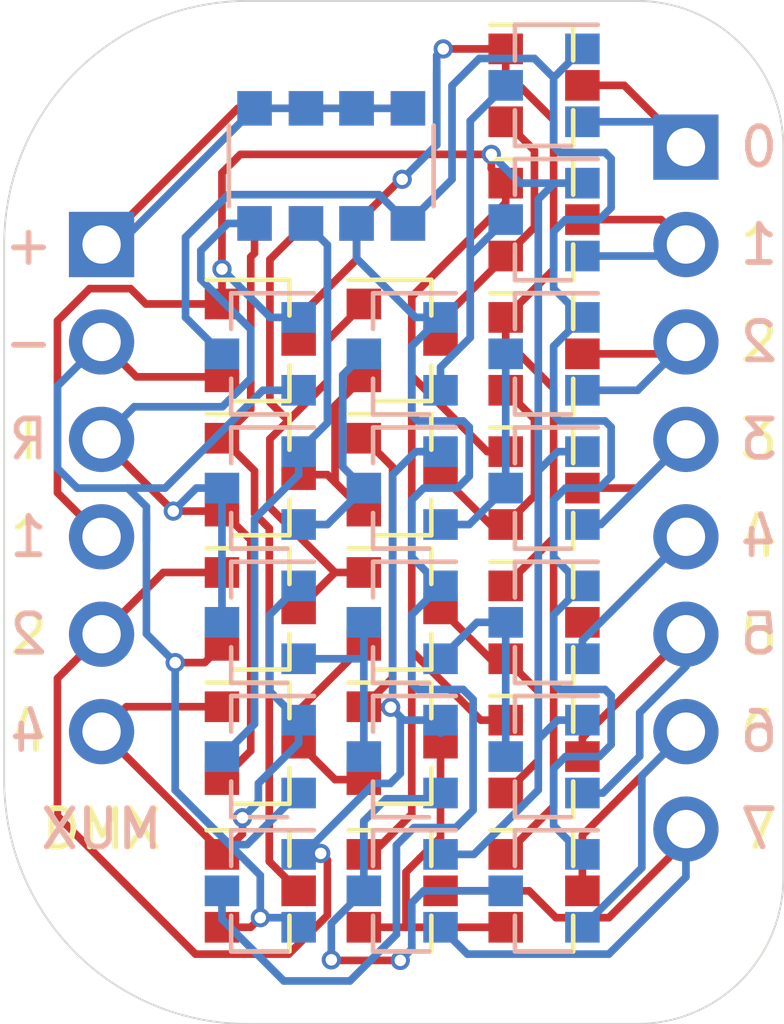
<source format=kicad_pcb>
(kicad_pcb (version 20171130) (host pcbnew "(5.1.9)-1")

  (general
    (thickness 1.6)
    (drawings 38)
    (tracks 383)
    (zones 0)
    (modules 38)
    (nets 33)
  )

  (page A4)
  (layers
    (0 F.Cu signal hide)
    (31 B.Cu signal)
    (32 B.Adhes user)
    (33 F.Adhes user hide)
    (34 B.Paste user)
    (35 F.Paste user hide)
    (36 B.SilkS user)
    (37 F.SilkS user hide)
    (38 B.Mask user)
    (39 F.Mask user hide)
    (40 Dwgs.User user)
    (41 Cmts.User user)
    (42 Eco1.User user)
    (43 Eco2.User user)
    (44 Edge.Cuts user)
    (45 Margin user)
    (46 B.CrtYd user hide)
    (47 F.CrtYd user hide)
    (48 B.Fab user hide)
    (49 F.Fab user hide)
  )

  (setup
    (last_trace_width 0.2)
    (trace_clearance 0.2)
    (zone_clearance 0.508)
    (zone_45_only no)
    (trace_min 0.2)
    (via_size 0.5)
    (via_drill 0.3)
    (via_min_size 0.4)
    (via_min_drill 0.3)
    (uvia_size 0.3)
    (uvia_drill 0.1)
    (uvias_allowed no)
    (uvia_min_size 0.2)
    (uvia_min_drill 0.1)
    (edge_width 0.05)
    (segment_width 0.2)
    (pcb_text_width 0.3)
    (pcb_text_size 1.5 1.5)
    (mod_edge_width 0.12)
    (mod_text_size 1 1)
    (mod_text_width 0.15)
    (pad_size 1.524 1.524)
    (pad_drill 0.762)
    (pad_to_mask_clearance 0)
    (aux_axis_origin 0 0)
    (grid_origin 151.7 43.96)
    (visible_elements 7FFFFFFF)
    (pcbplotparams
      (layerselection 0x010fc_ffffffff)
      (usegerberextensions true)
      (usegerberattributes true)
      (usegerberadvancedattributes true)
      (creategerberjobfile false)
      (excludeedgelayer true)
      (linewidth 0.100000)
      (plotframeref false)
      (viasonmask false)
      (mode 1)
      (useauxorigin false)
      (hpglpennumber 1)
      (hpglpenspeed 20)
      (hpglpendiameter 15.000000)
      (psnegative false)
      (psa4output false)
      (plotreference false)
      (plotvalue false)
      (plotinvisibletext false)
      (padsonsilk false)
      (subtractmaskfromsilk true)
      (outputformat 1)
      (mirror false)
      (drillshape 0)
      (scaleselection 1)
      (outputdirectory "gerbers/"))
  )

  (net 0 "")
  (net 1 /Q7)
  (net 2 /Q6)
  (net 3 /Q5)
  (net 4 /Q4)
  (net 5 /Q3)
  (net 6 /Q2)
  (net 7 /Q1)
  (net 8 /Q0)
  (net 9 /C)
  (net 10 /B)
  (net 11 /A)
  (net 12 /Q)
  (net 13 GND)
  (net 14 VCC)
  (net 15 /~A)
  (net 16 "Net-(Q13-Pad3)")
  (net 17 "Net-(Q14-Pad3)")
  (net 18 "Net-(Q15-Pad3)")
  (net 19 /~B)
  (net 20 /~C)
  (net 21 /~C')
  (net 22 /~B')
  (net 23 /~A')
  (net 24 "Net-(Q1-Pad2)")
  (net 25 "Net-(Q12-Pad2)")
  (net 26 "Net-(Q14-Pad2)")
  (net 27 "Net-(Q18-Pad2)")
  (net 28 "Net-(Q19-Pad2)")
  (net 29 "Net-(Q20-Pad2)")
  (net 30 "Net-(Q21-Pad2)")
  (net 31 "Net-(Q22-Pad2)")
  (net 32 "Net-(Q23-Pad2)")

  (net_class Default "This is the default net class."
    (clearance 0.2)
    (trace_width 0.2)
    (via_dia 0.5)
    (via_drill 0.3)
    (uvia_dia 0.3)
    (uvia_drill 0.1)
    (add_net /A)
    (add_net /B)
    (add_net /C)
    (add_net /Q)
    (add_net /Q0)
    (add_net /Q1)
    (add_net /Q2)
    (add_net /Q3)
    (add_net /Q4)
    (add_net /Q5)
    (add_net /Q6)
    (add_net /Q7)
    (add_net /~A)
    (add_net /~A')
    (add_net /~B)
    (add_net /~B')
    (add_net /~C)
    (add_net /~C')
    (add_net GND)
    (add_net "Net-(Q1-Pad2)")
    (add_net "Net-(Q12-Pad2)")
    (add_net "Net-(Q13-Pad3)")
    (add_net "Net-(Q14-Pad2)")
    (add_net "Net-(Q14-Pad3)")
    (add_net "Net-(Q15-Pad3)")
    (add_net "Net-(Q18-Pad2)")
    (add_net "Net-(Q19-Pad2)")
    (add_net "Net-(Q20-Pad2)")
    (add_net "Net-(Q21-Pad2)")
    (add_net "Net-(Q22-Pad2)")
    (add_net "Net-(Q23-Pad2)")
    (add_net VCC)
  )

  (module Connector_PinHeader_2.54mm:PinHeader_1x06_P2.54mm_Vertical (layer B.Cu) (tedit 630CDBAF) (tstamp 630CB6FC)
    (at 136.46 46.5 180)
    (descr "Through hole straight pin header, 1x06, 2.54mm pitch, single row")
    (tags "Through hole pin header THT 1x06 2.54mm single row")
    (path /631EED81)
    (fp_text reference J2 (at 0 2.33 180) (layer B.Fab) hide
      (effects (font (size 1 1) (thickness 0.15)) (justify mirror))
    )
    (fp_text value Conn_01x06_Male (at 0 -15.03 180) (layer B.Fab)
      (effects (font (size 1 1) (thickness 0.15)) (justify mirror))
    )
    (fp_line (start 1.8 1.8) (end -1.8 1.8) (layer B.CrtYd) (width 0.05))
    (fp_line (start 1.8 -14.5) (end 1.8 1.8) (layer B.CrtYd) (width 0.05))
    (fp_line (start -1.8 -14.5) (end 1.8 -14.5) (layer B.CrtYd) (width 0.05))
    (fp_line (start -1.8 1.8) (end -1.8 -14.5) (layer B.CrtYd) (width 0.05))
    (fp_line (start -1.27 0.635) (end -0.635 1.27) (layer B.Fab) (width 0.1))
    (fp_line (start -1.27 -13.97) (end -1.27 0.635) (layer B.Fab) (width 0.1))
    (fp_line (start 1.27 -13.97) (end -1.27 -13.97) (layer B.Fab) (width 0.1))
    (fp_line (start 1.27 1.27) (end 1.27 -13.97) (layer B.Fab) (width 0.1))
    (fp_line (start -0.635 1.27) (end 1.27 1.27) (layer B.Fab) (width 0.1))
    (fp_text user %R (at 0 -6.35 90) (layer B.Fab)
      (effects (font (size 1 1) (thickness 0.15)) (justify mirror))
    )
    (pad 6 thru_hole oval (at 0 -12.7 180) (size 1.7 1.7) (drill 1) (layers *.Cu *.Mask)
      (net 9 /C))
    (pad 5 thru_hole oval (at 0 -10.16 180) (size 1.7 1.7) (drill 1) (layers *.Cu *.Mask)
      (net 10 /B))
    (pad 4 thru_hole oval (at 0 -7.62 180) (size 1.7 1.7) (drill 1) (layers *.Cu *.Mask)
      (net 11 /A))
    (pad 3 thru_hole oval (at 0 -5.08 180) (size 1.7 1.7) (drill 1) (layers *.Cu *.Mask)
      (net 12 /Q))
    (pad 2 thru_hole oval (at 0 -2.54 180) (size 1.7 1.7) (drill 1) (layers *.Cu *.Mask)
      (net 13 GND))
    (pad 1 thru_hole rect (at 0 0 180) (size 1.7 1.7) (drill 1) (layers *.Cu *.Mask)
      (net 14 VCC))
    (model ${KISYS3DMOD}/Connector_PinHeader_2.54mm.3dshapes/PinHeader_1x06_P2.54mm_Vertical.wrl
      (at (xyz 0 0 0))
      (scale (xyz 1 1 1))
      (rotate (xyz 0 0 0))
    )
  )

  (module Connector_PinHeader_2.54mm:PinHeader_1x08_P2.54mm_Vertical (layer B.Cu) (tedit 630CDB94) (tstamp 630CB6E2)
    (at 151.7 43.96 180)
    (descr "Through hole straight pin header, 1x08, 2.54mm pitch, single row")
    (tags "Through hole pin header THT 1x08 2.54mm single row")
    (path /631BBDF8)
    (fp_text reference J1 (at 0 2.33 180) (layer B.Fab) hide
      (effects (font (size 1 1) (thickness 0.15)) (justify mirror))
    )
    (fp_text value Conn_01x08_Male (at 0 -20.11 180) (layer B.Fab)
      (effects (font (size 1 1) (thickness 0.15)) (justify mirror))
    )
    (fp_line (start 1.8 1.8) (end -1.8 1.8) (layer B.CrtYd) (width 0.05))
    (fp_line (start 1.8 -19.55) (end 1.8 1.8) (layer B.CrtYd) (width 0.05))
    (fp_line (start -1.8 -19.55) (end 1.8 -19.55) (layer B.CrtYd) (width 0.05))
    (fp_line (start -1.8 1.8) (end -1.8 -19.55) (layer B.CrtYd) (width 0.05))
    (fp_line (start -1.27 0.635) (end -0.635 1.27) (layer B.Fab) (width 0.1))
    (fp_line (start -1.27 -19.05) (end -1.27 0.635) (layer B.Fab) (width 0.1))
    (fp_line (start 1.27 -19.05) (end -1.27 -19.05) (layer B.Fab) (width 0.1))
    (fp_line (start 1.27 1.27) (end 1.27 -19.05) (layer B.Fab) (width 0.1))
    (fp_line (start -0.635 1.27) (end 1.27 1.27) (layer B.Fab) (width 0.1))
    (fp_text user %R (at 0 -8.89 90) (layer B.Fab)
      (effects (font (size 1 1) (thickness 0.15)) (justify mirror))
    )
    (pad 8 thru_hole oval (at 0 -17.78 180) (size 1.7 1.7) (drill 1) (layers *.Cu *.Mask)
      (net 1 /Q7))
    (pad 7 thru_hole oval (at 0 -15.24 180) (size 1.7 1.7) (drill 1) (layers *.Cu *.Mask)
      (net 2 /Q6))
    (pad 6 thru_hole oval (at 0 -12.7 180) (size 1.7 1.7) (drill 1) (layers *.Cu *.Mask)
      (net 3 /Q5))
    (pad 5 thru_hole oval (at 0 -10.16 180) (size 1.7 1.7) (drill 1) (layers *.Cu *.Mask)
      (net 4 /Q4))
    (pad 4 thru_hole oval (at 0 -7.62 180) (size 1.7 1.7) (drill 1) (layers *.Cu *.Mask)
      (net 5 /Q3))
    (pad 3 thru_hole oval (at 0 -5.08 180) (size 1.7 1.7) (drill 1) (layers *.Cu *.Mask)
      (net 6 /Q2))
    (pad 2 thru_hole oval (at 0 -2.54 180) (size 1.7 1.7) (drill 1) (layers *.Cu *.Mask)
      (net 7 /Q1))
    (pad 1 thru_hole rect (at 0 0 180) (size 1.7 1.7) (drill 1) (layers *.Cu *.Mask)
      (net 8 /Q0))
    (model ${KISYS3DMOD}/Connector_PinHeader_2.54mm.3dshapes/PinHeader_1x08_P2.54mm_Vertical.wrl
      (at (xyz 0 0 0))
      (scale (xyz 1 1 1))
      (rotate (xyz 0 0 0))
    )
  )

  (module Resistor_SMD:R_Array_Convex_4x1206 (layer B.Cu) (tedit 58E0A8BD) (tstamp 630D0392)
    (at 142.45 44.45 90)
    (descr "Chip Resistor Network, ROHM MNR34 (see mnr_g.pdf)")
    (tags "resistor array")
    (path /6319D0E0)
    (attr smd)
    (fp_text reference RN2 (at 0 3.5 90) (layer B.Fab) hide
      (effects (font (size 1 1) (thickness 0.15)) (justify mirror))
    )
    (fp_text value R_Pack04_Split (at 0 -3.5 90) (layer B.Fab)
      (effects (font (size 1 1) (thickness 0.15)) (justify mirror))
    )
    (fp_line (start 2.2 -2.85) (end -2.21 -2.85) (layer B.CrtYd) (width 0.05))
    (fp_line (start 2.2 -2.85) (end 2.2 2.85) (layer B.CrtYd) (width 0.05))
    (fp_line (start -2.21 2.85) (end -2.21 -2.85) (layer B.CrtYd) (width 0.05))
    (fp_line (start -2.21 2.85) (end 2.2 2.85) (layer B.CrtYd) (width 0.05))
    (fp_line (start 1.05 2.67) (end -1.05 2.67) (layer B.SilkS) (width 0.12))
    (fp_line (start 1.05 -2.67) (end -1.05 -2.67) (layer B.SilkS) (width 0.12))
    (fp_line (start 1.6 2.6) (end -1.6 2.6) (layer B.Fab) (width 0.1))
    (fp_line (start 1.6 -2.6) (end 1.6 2.6) (layer B.Fab) (width 0.1))
    (fp_line (start -1.6 -2.6) (end 1.6 -2.6) (layer B.Fab) (width 0.1))
    (fp_line (start -1.6 2.6) (end -1.6 -2.6) (layer B.Fab) (width 0.1))
    (fp_text user %R (at 0 0 180) (layer B.Fab)
      (effects (font (size 0.7 0.7) (thickness 0.105)) (justify mirror))
    )
    (pad 6 smd rect (at 1.5 -0.66 90) (size 0.9 0.9) (layers B.Cu B.Paste B.Mask)
      (net 14 VCC))
    (pad 5 smd rect (at 1.5 -2 90) (size 0.9 0.9) (layers B.Cu B.Paste B.Mask)
      (net 14 VCC))
    (pad 8 smd rect (at 1.5 2 90) (size 0.9 0.9) (layers B.Cu B.Paste B.Mask)
      (net 14 VCC))
    (pad 7 smd rect (at 1.5 0.66 90) (size 0.9 0.9) (layers B.Cu B.Paste B.Mask)
      (net 14 VCC))
    (pad 3 smd rect (at -1.5 -0.66 90) (size 0.9 0.9) (layers B.Cu B.Paste B.Mask)
      (net 21 /~C'))
    (pad 2 smd rect (at -1.5 0.66 90) (size 0.9 0.9) (layers B.Cu B.Paste B.Mask)
      (net 22 /~B'))
    (pad 4 smd rect (at -1.5 -2 90) (size 0.9 0.9) (layers B.Cu B.Paste B.Mask)
      (net 12 /Q))
    (pad 1 smd rect (at -1.5 2 90) (size 0.9 0.9) (layers B.Cu B.Paste B.Mask)
      (net 23 /~A'))
    (model ${KISYS3DMOD}/Resistor_SMD.3dshapes/R_Array_Convex_4x1206.wrl
      (at (xyz 0 0 0))
      (scale (xyz 1 1 1))
      (rotate (xyz 0 0 0))
    )
  )

  (module Package_TO_SOT_SMD:SOT-23 (layer B.Cu) (tedit 5A02FF57) (tstamp 630D034F)
    (at 144.3 63.35 180)
    (descr "SOT-23, Standard")
    (tags SOT-23)
    (path /632351E4)
    (attr smd)
    (fp_text reference Q34 (at 0 2.5) (layer B.Fab) hide
      (effects (font (size 1 1) (thickness 0.15)) (justify mirror))
    )
    (fp_text value 2N7002 (at 0 -2.5) (layer B.Fab)
      (effects (font (size 1 1) (thickness 0.15)) (justify mirror))
    )
    (fp_line (start 0.76 -1.58) (end -0.7 -1.58) (layer B.SilkS) (width 0.12))
    (fp_line (start 0.76 1.58) (end -1.4 1.58) (layer B.SilkS) (width 0.12))
    (fp_line (start -1.7 -1.75) (end -1.7 1.75) (layer B.CrtYd) (width 0.05))
    (fp_line (start 1.7 -1.75) (end -1.7 -1.75) (layer B.CrtYd) (width 0.05))
    (fp_line (start 1.7 1.75) (end 1.7 -1.75) (layer B.CrtYd) (width 0.05))
    (fp_line (start -1.7 1.75) (end 1.7 1.75) (layer B.CrtYd) (width 0.05))
    (fp_line (start 0.76 1.58) (end 0.76 0.65) (layer B.SilkS) (width 0.12))
    (fp_line (start 0.76 -1.58) (end 0.76 -0.65) (layer B.SilkS) (width 0.12))
    (fp_line (start -0.7 -1.52) (end 0.7 -1.52) (layer B.Fab) (width 0.1))
    (fp_line (start 0.7 1.52) (end 0.7 -1.52) (layer B.Fab) (width 0.1))
    (fp_line (start -0.7 0.95) (end -0.15 1.52) (layer B.Fab) (width 0.1))
    (fp_line (start -0.15 1.52) (end 0.7 1.52) (layer B.Fab) (width 0.1))
    (fp_line (start -0.7 0.95) (end -0.7 -1.5) (layer B.Fab) (width 0.1))
    (fp_text user %R (at 0 0 270) (layer B.Fab)
      (effects (font (size 0.5 0.5) (thickness 0.075)) (justify mirror))
    )
    (pad 3 smd rect (at 1 0 180) (size 0.9 0.8) (layers B.Cu B.Paste B.Mask)
      (net 32 "Net-(Q23-Pad2)"))
    (pad 2 smd rect (at -1 -0.95 180) (size 0.9 0.8) (layers B.Cu B.Paste B.Mask)
      (net 1 /Q7))
    (pad 1 smd rect (at -1 0.95 180) (size 0.9 0.8) (layers B.Cu B.Paste B.Mask)
      (net 11 /A))
    (model ${KISYS3DMOD}/Package_TO_SOT_SMD.3dshapes/SOT-23.wrl
      (at (xyz 0 0 0))
      (scale (xyz 1 1 1))
      (rotate (xyz 0 0 0))
    )
  )

  (module Package_TO_SOT_SMD:SOT-23 (layer B.Cu) (tedit 5A02FF57) (tstamp 630D033A)
    (at 148 63.35 180)
    (descr "SOT-23, Standard")
    (tags SOT-23)
    (path /632351DA)
    (attr smd)
    (fp_text reference Q33 (at 0 2.5) (layer B.Fab) hide
      (effects (font (size 1 1) (thickness 0.15)) (justify mirror))
    )
    (fp_text value 2N7002 (at 0 -2.5) (layer B.Fab)
      (effects (font (size 1 1) (thickness 0.15)) (justify mirror))
    )
    (fp_line (start 0.76 -1.58) (end -0.7 -1.58) (layer B.SilkS) (width 0.12))
    (fp_line (start 0.76 1.58) (end -1.4 1.58) (layer B.SilkS) (width 0.12))
    (fp_line (start -1.7 -1.75) (end -1.7 1.75) (layer B.CrtYd) (width 0.05))
    (fp_line (start 1.7 -1.75) (end -1.7 -1.75) (layer B.CrtYd) (width 0.05))
    (fp_line (start 1.7 1.75) (end 1.7 -1.75) (layer B.CrtYd) (width 0.05))
    (fp_line (start -1.7 1.75) (end 1.7 1.75) (layer B.CrtYd) (width 0.05))
    (fp_line (start 0.76 1.58) (end 0.76 0.65) (layer B.SilkS) (width 0.12))
    (fp_line (start 0.76 -1.58) (end 0.76 -0.65) (layer B.SilkS) (width 0.12))
    (fp_line (start -0.7 -1.52) (end 0.7 -1.52) (layer B.Fab) (width 0.1))
    (fp_line (start 0.7 1.52) (end 0.7 -1.52) (layer B.Fab) (width 0.1))
    (fp_line (start -0.7 0.95) (end -0.15 1.52) (layer B.Fab) (width 0.1))
    (fp_line (start -0.15 1.52) (end 0.7 1.52) (layer B.Fab) (width 0.1))
    (fp_line (start -0.7 0.95) (end -0.7 -1.5) (layer B.Fab) (width 0.1))
    (fp_text user %R (at 0 0 270) (layer B.Fab)
      (effects (font (size 0.5 0.5) (thickness 0.075)) (justify mirror))
    )
    (pad 3 smd rect (at 1 0 180) (size 0.9 0.8) (layers B.Cu B.Paste B.Mask)
      (net 32 "Net-(Q23-Pad2)"))
    (pad 2 smd rect (at -1 -0.95 180) (size 0.9 0.8) (layers B.Cu B.Paste B.Mask)
      (net 2 /Q6))
    (pad 1 smd rect (at -1 0.95 180) (size 0.9 0.8) (layers B.Cu B.Paste B.Mask)
      (net 23 /~A'))
    (model ${KISYS3DMOD}/Package_TO_SOT_SMD.3dshapes/SOT-23.wrl
      (at (xyz 0 0 0))
      (scale (xyz 1 1 1))
      (rotate (xyz 0 0 0))
    )
  )

  (module Package_TO_SOT_SMD:SOT-23 (layer B.Cu) (tedit 5A02FF57) (tstamp 630D0325)
    (at 148 59.85 180)
    (descr "SOT-23, Standard")
    (tags SOT-23)
    (path /632351D0)
    (attr smd)
    (fp_text reference Q32 (at 0 2.5) (layer B.Fab) hide
      (effects (font (size 1 1) (thickness 0.15)) (justify mirror))
    )
    (fp_text value 2N7002 (at 0 -2.5) (layer B.Fab)
      (effects (font (size 1 1) (thickness 0.15)) (justify mirror))
    )
    (fp_line (start 0.76 -1.58) (end -0.7 -1.58) (layer B.SilkS) (width 0.12))
    (fp_line (start 0.76 1.58) (end -1.4 1.58) (layer B.SilkS) (width 0.12))
    (fp_line (start -1.7 -1.75) (end -1.7 1.75) (layer B.CrtYd) (width 0.05))
    (fp_line (start 1.7 -1.75) (end -1.7 -1.75) (layer B.CrtYd) (width 0.05))
    (fp_line (start 1.7 1.75) (end 1.7 -1.75) (layer B.CrtYd) (width 0.05))
    (fp_line (start -1.7 1.75) (end 1.7 1.75) (layer B.CrtYd) (width 0.05))
    (fp_line (start 0.76 1.58) (end 0.76 0.65) (layer B.SilkS) (width 0.12))
    (fp_line (start 0.76 -1.58) (end 0.76 -0.65) (layer B.SilkS) (width 0.12))
    (fp_line (start -0.7 -1.52) (end 0.7 -1.52) (layer B.Fab) (width 0.1))
    (fp_line (start 0.7 1.52) (end 0.7 -1.52) (layer B.Fab) (width 0.1))
    (fp_line (start -0.7 0.95) (end -0.15 1.52) (layer B.Fab) (width 0.1))
    (fp_line (start -0.15 1.52) (end 0.7 1.52) (layer B.Fab) (width 0.1))
    (fp_line (start -0.7 0.95) (end -0.7 -1.5) (layer B.Fab) (width 0.1))
    (fp_text user %R (at 0 0 270) (layer B.Fab)
      (effects (font (size 0.5 0.5) (thickness 0.075)) (justify mirror))
    )
    (pad 3 smd rect (at 1 0 180) (size 0.9 0.8) (layers B.Cu B.Paste B.Mask)
      (net 31 "Net-(Q22-Pad2)"))
    (pad 2 smd rect (at -1 -0.95 180) (size 0.9 0.8) (layers B.Cu B.Paste B.Mask)
      (net 3 /Q5))
    (pad 1 smd rect (at -1 0.95 180) (size 0.9 0.8) (layers B.Cu B.Paste B.Mask)
      (net 11 /A))
    (model ${KISYS3DMOD}/Package_TO_SOT_SMD.3dshapes/SOT-23.wrl
      (at (xyz 0 0 0))
      (scale (xyz 1 1 1))
      (rotate (xyz 0 0 0))
    )
  )

  (module Package_TO_SOT_SMD:SOT-23 (layer B.Cu) (tedit 5A02FF57) (tstamp 630D0310)
    (at 148 56.35 180)
    (descr "SOT-23, Standard")
    (tags SOT-23)
    (path /632351C6)
    (attr smd)
    (fp_text reference Q31 (at 0 2.5) (layer B.Fab) hide
      (effects (font (size 1 1) (thickness 0.15)) (justify mirror))
    )
    (fp_text value 2N7002 (at 0 -2.5) (layer B.Fab)
      (effects (font (size 1 1) (thickness 0.15)) (justify mirror))
    )
    (fp_line (start 0.76 -1.58) (end -0.7 -1.58) (layer B.SilkS) (width 0.12))
    (fp_line (start 0.76 1.58) (end -1.4 1.58) (layer B.SilkS) (width 0.12))
    (fp_line (start -1.7 -1.75) (end -1.7 1.75) (layer B.CrtYd) (width 0.05))
    (fp_line (start 1.7 -1.75) (end -1.7 -1.75) (layer B.CrtYd) (width 0.05))
    (fp_line (start 1.7 1.75) (end 1.7 -1.75) (layer B.CrtYd) (width 0.05))
    (fp_line (start -1.7 1.75) (end 1.7 1.75) (layer B.CrtYd) (width 0.05))
    (fp_line (start 0.76 1.58) (end 0.76 0.65) (layer B.SilkS) (width 0.12))
    (fp_line (start 0.76 -1.58) (end 0.76 -0.65) (layer B.SilkS) (width 0.12))
    (fp_line (start -0.7 -1.52) (end 0.7 -1.52) (layer B.Fab) (width 0.1))
    (fp_line (start 0.7 1.52) (end 0.7 -1.52) (layer B.Fab) (width 0.1))
    (fp_line (start -0.7 0.95) (end -0.15 1.52) (layer B.Fab) (width 0.1))
    (fp_line (start -0.15 1.52) (end 0.7 1.52) (layer B.Fab) (width 0.1))
    (fp_line (start -0.7 0.95) (end -0.7 -1.5) (layer B.Fab) (width 0.1))
    (fp_text user %R (at 0 0 270) (layer B.Fab)
      (effects (font (size 0.5 0.5) (thickness 0.075)) (justify mirror))
    )
    (pad 3 smd rect (at 1 0 180) (size 0.9 0.8) (layers B.Cu B.Paste B.Mask)
      (net 31 "Net-(Q22-Pad2)"))
    (pad 2 smd rect (at -1 -0.95 180) (size 0.9 0.8) (layers B.Cu B.Paste B.Mask)
      (net 4 /Q4))
    (pad 1 smd rect (at -1 0.95 180) (size 0.9 0.8) (layers B.Cu B.Paste B.Mask)
      (net 23 /~A'))
    (model ${KISYS3DMOD}/Package_TO_SOT_SMD.3dshapes/SOT-23.wrl
      (at (xyz 0 0 0))
      (scale (xyz 1 1 1))
      (rotate (xyz 0 0 0))
    )
  )

  (module Package_TO_SOT_SMD:SOT-23 (layer B.Cu) (tedit 5A02FF57) (tstamp 630D02FB)
    (at 148 52.85 180)
    (descr "SOT-23, Standard")
    (tags SOT-23)
    (path /632351BC)
    (attr smd)
    (fp_text reference Q30 (at 0 2.5) (layer B.Fab) hide
      (effects (font (size 1 1) (thickness 0.15)) (justify mirror))
    )
    (fp_text value 2N7002 (at 0 -2.5) (layer B.Fab)
      (effects (font (size 1 1) (thickness 0.15)) (justify mirror))
    )
    (fp_line (start 0.76 -1.58) (end -0.7 -1.58) (layer B.SilkS) (width 0.12))
    (fp_line (start 0.76 1.58) (end -1.4 1.58) (layer B.SilkS) (width 0.12))
    (fp_line (start -1.7 -1.75) (end -1.7 1.75) (layer B.CrtYd) (width 0.05))
    (fp_line (start 1.7 -1.75) (end -1.7 -1.75) (layer B.CrtYd) (width 0.05))
    (fp_line (start 1.7 1.75) (end 1.7 -1.75) (layer B.CrtYd) (width 0.05))
    (fp_line (start -1.7 1.75) (end 1.7 1.75) (layer B.CrtYd) (width 0.05))
    (fp_line (start 0.76 1.58) (end 0.76 0.65) (layer B.SilkS) (width 0.12))
    (fp_line (start 0.76 -1.58) (end 0.76 -0.65) (layer B.SilkS) (width 0.12))
    (fp_line (start -0.7 -1.52) (end 0.7 -1.52) (layer B.Fab) (width 0.1))
    (fp_line (start 0.7 1.52) (end 0.7 -1.52) (layer B.Fab) (width 0.1))
    (fp_line (start -0.7 0.95) (end -0.15 1.52) (layer B.Fab) (width 0.1))
    (fp_line (start -0.15 1.52) (end 0.7 1.52) (layer B.Fab) (width 0.1))
    (fp_line (start -0.7 0.95) (end -0.7 -1.5) (layer B.Fab) (width 0.1))
    (fp_text user %R (at 0 0 270) (layer B.Fab)
      (effects (font (size 0.5 0.5) (thickness 0.075)) (justify mirror))
    )
    (pad 3 smd rect (at 1 0 180) (size 0.9 0.8) (layers B.Cu B.Paste B.Mask)
      (net 30 "Net-(Q21-Pad2)"))
    (pad 2 smd rect (at -1 -0.95 180) (size 0.9 0.8) (layers B.Cu B.Paste B.Mask)
      (net 5 /Q3))
    (pad 1 smd rect (at -1 0.95 180) (size 0.9 0.8) (layers B.Cu B.Paste B.Mask)
      (net 11 /A))
    (model ${KISYS3DMOD}/Package_TO_SOT_SMD.3dshapes/SOT-23.wrl
      (at (xyz 0 0 0))
      (scale (xyz 1 1 1))
      (rotate (xyz 0 0 0))
    )
  )

  (module Package_TO_SOT_SMD:SOT-23 (layer B.Cu) (tedit 5A02FF57) (tstamp 630D02E6)
    (at 148 49.35 180)
    (descr "SOT-23, Standard")
    (tags SOT-23)
    (path /632351B2)
    (attr smd)
    (fp_text reference Q29 (at 0 2.5) (layer B.Fab) hide
      (effects (font (size 1 1) (thickness 0.15)) (justify mirror))
    )
    (fp_text value 2N7002 (at 0 -2.5) (layer B.Fab)
      (effects (font (size 1 1) (thickness 0.15)) (justify mirror))
    )
    (fp_line (start 0.76 -1.58) (end -0.7 -1.58) (layer B.SilkS) (width 0.12))
    (fp_line (start 0.76 1.58) (end -1.4 1.58) (layer B.SilkS) (width 0.12))
    (fp_line (start -1.7 -1.75) (end -1.7 1.75) (layer B.CrtYd) (width 0.05))
    (fp_line (start 1.7 -1.75) (end -1.7 -1.75) (layer B.CrtYd) (width 0.05))
    (fp_line (start 1.7 1.75) (end 1.7 -1.75) (layer B.CrtYd) (width 0.05))
    (fp_line (start -1.7 1.75) (end 1.7 1.75) (layer B.CrtYd) (width 0.05))
    (fp_line (start 0.76 1.58) (end 0.76 0.65) (layer B.SilkS) (width 0.12))
    (fp_line (start 0.76 -1.58) (end 0.76 -0.65) (layer B.SilkS) (width 0.12))
    (fp_line (start -0.7 -1.52) (end 0.7 -1.52) (layer B.Fab) (width 0.1))
    (fp_line (start 0.7 1.52) (end 0.7 -1.52) (layer B.Fab) (width 0.1))
    (fp_line (start -0.7 0.95) (end -0.15 1.52) (layer B.Fab) (width 0.1))
    (fp_line (start -0.15 1.52) (end 0.7 1.52) (layer B.Fab) (width 0.1))
    (fp_line (start -0.7 0.95) (end -0.7 -1.5) (layer B.Fab) (width 0.1))
    (fp_text user %R (at 0 0 270) (layer B.Fab)
      (effects (font (size 0.5 0.5) (thickness 0.075)) (justify mirror))
    )
    (pad 3 smd rect (at 1 0 180) (size 0.9 0.8) (layers B.Cu B.Paste B.Mask)
      (net 30 "Net-(Q21-Pad2)"))
    (pad 2 smd rect (at -1 -0.95 180) (size 0.9 0.8) (layers B.Cu B.Paste B.Mask)
      (net 6 /Q2))
    (pad 1 smd rect (at -1 0.95 180) (size 0.9 0.8) (layers B.Cu B.Paste B.Mask)
      (net 23 /~A'))
    (model ${KISYS3DMOD}/Package_TO_SOT_SMD.3dshapes/SOT-23.wrl
      (at (xyz 0 0 0))
      (scale (xyz 1 1 1))
      (rotate (xyz 0 0 0))
    )
  )

  (module Package_TO_SOT_SMD:SOT-23 (layer B.Cu) (tedit 5A02FF57) (tstamp 630D02D1)
    (at 148 45.85 180)
    (descr "SOT-23, Standard")
    (tags SOT-23)
    (path /632351A8)
    (attr smd)
    (fp_text reference Q28 (at 0 2.5) (layer B.Fab) hide
      (effects (font (size 1 1) (thickness 0.15)) (justify mirror))
    )
    (fp_text value 2N7002 (at 0 -2.5) (layer B.Fab)
      (effects (font (size 1 1) (thickness 0.15)) (justify mirror))
    )
    (fp_line (start 0.76 -1.58) (end -0.7 -1.58) (layer B.SilkS) (width 0.12))
    (fp_line (start 0.76 1.58) (end -1.4 1.58) (layer B.SilkS) (width 0.12))
    (fp_line (start -1.7 -1.75) (end -1.7 1.75) (layer B.CrtYd) (width 0.05))
    (fp_line (start 1.7 -1.75) (end -1.7 -1.75) (layer B.CrtYd) (width 0.05))
    (fp_line (start 1.7 1.75) (end 1.7 -1.75) (layer B.CrtYd) (width 0.05))
    (fp_line (start -1.7 1.75) (end 1.7 1.75) (layer B.CrtYd) (width 0.05))
    (fp_line (start 0.76 1.58) (end 0.76 0.65) (layer B.SilkS) (width 0.12))
    (fp_line (start 0.76 -1.58) (end 0.76 -0.65) (layer B.SilkS) (width 0.12))
    (fp_line (start -0.7 -1.52) (end 0.7 -1.52) (layer B.Fab) (width 0.1))
    (fp_line (start 0.7 1.52) (end 0.7 -1.52) (layer B.Fab) (width 0.1))
    (fp_line (start -0.7 0.95) (end -0.15 1.52) (layer B.Fab) (width 0.1))
    (fp_line (start -0.15 1.52) (end 0.7 1.52) (layer B.Fab) (width 0.1))
    (fp_line (start -0.7 0.95) (end -0.7 -1.5) (layer B.Fab) (width 0.1))
    (fp_text user %R (at 0 0 270) (layer B.Fab)
      (effects (font (size 0.5 0.5) (thickness 0.075)) (justify mirror))
    )
    (pad 3 smd rect (at 1 0 180) (size 0.9 0.8) (layers B.Cu B.Paste B.Mask)
      (net 29 "Net-(Q20-Pad2)"))
    (pad 2 smd rect (at -1 -0.95 180) (size 0.9 0.8) (layers B.Cu B.Paste B.Mask)
      (net 7 /Q1))
    (pad 1 smd rect (at -1 0.95 180) (size 0.9 0.8) (layers B.Cu B.Paste B.Mask)
      (net 11 /A))
    (model ${KISYS3DMOD}/Package_TO_SOT_SMD.3dshapes/SOT-23.wrl
      (at (xyz 0 0 0))
      (scale (xyz 1 1 1))
      (rotate (xyz 0 0 0))
    )
  )

  (module Package_TO_SOT_SMD:SOT-23 (layer B.Cu) (tedit 5A02FF57) (tstamp 630D02BC)
    (at 148 42.35 180)
    (descr "SOT-23, Standard")
    (tags SOT-23)
    (path /6323519E)
    (attr smd)
    (fp_text reference Q27 (at 0 2.5) (layer B.Fab) hide
      (effects (font (size 1 1) (thickness 0.15)) (justify mirror))
    )
    (fp_text value 2N7002 (at 0 -2.5) (layer B.Fab)
      (effects (font (size 1 1) (thickness 0.15)) (justify mirror))
    )
    (fp_line (start 0.76 -1.58) (end -0.7 -1.58) (layer B.SilkS) (width 0.12))
    (fp_line (start 0.76 1.58) (end -1.4 1.58) (layer B.SilkS) (width 0.12))
    (fp_line (start -1.7 -1.75) (end -1.7 1.75) (layer B.CrtYd) (width 0.05))
    (fp_line (start 1.7 -1.75) (end -1.7 -1.75) (layer B.CrtYd) (width 0.05))
    (fp_line (start 1.7 1.75) (end 1.7 -1.75) (layer B.CrtYd) (width 0.05))
    (fp_line (start -1.7 1.75) (end 1.7 1.75) (layer B.CrtYd) (width 0.05))
    (fp_line (start 0.76 1.58) (end 0.76 0.65) (layer B.SilkS) (width 0.12))
    (fp_line (start 0.76 -1.58) (end 0.76 -0.65) (layer B.SilkS) (width 0.12))
    (fp_line (start -0.7 -1.52) (end 0.7 -1.52) (layer B.Fab) (width 0.1))
    (fp_line (start 0.7 1.52) (end 0.7 -1.52) (layer B.Fab) (width 0.1))
    (fp_line (start -0.7 0.95) (end -0.15 1.52) (layer B.Fab) (width 0.1))
    (fp_line (start -0.15 1.52) (end 0.7 1.52) (layer B.Fab) (width 0.1))
    (fp_line (start -0.7 0.95) (end -0.7 -1.5) (layer B.Fab) (width 0.1))
    (fp_text user %R (at 0 0 270) (layer B.Fab)
      (effects (font (size 0.5 0.5) (thickness 0.075)) (justify mirror))
    )
    (pad 3 smd rect (at 1 0 180) (size 0.9 0.8) (layers B.Cu B.Paste B.Mask)
      (net 29 "Net-(Q20-Pad2)"))
    (pad 2 smd rect (at -1 -0.95 180) (size 0.9 0.8) (layers B.Cu B.Paste B.Mask)
      (net 8 /Q0))
    (pad 1 smd rect (at -1 0.95 180) (size 0.9 0.8) (layers B.Cu B.Paste B.Mask)
      (net 23 /~A'))
    (model ${KISYS3DMOD}/Package_TO_SOT_SMD.3dshapes/SOT-23.wrl
      (at (xyz 0 0 0))
      (scale (xyz 1 1 1))
      (rotate (xyz 0 0 0))
    )
  )

  (module Package_TO_SOT_SMD:SOT-23 (layer B.Cu) (tedit 5A02FF57) (tstamp 630D02A7)
    (at 140.6 59.85 180)
    (descr "SOT-23, Standard")
    (tags SOT-23)
    (path /632A06FF)
    (attr smd)
    (fp_text reference Q26 (at 0 2.5) (layer B.Fab) hide
      (effects (font (size 1 1) (thickness 0.15)) (justify mirror))
    )
    (fp_text value 2N7002 (at 0 -2.5) (layer B.Fab)
      (effects (font (size 1 1) (thickness 0.15)) (justify mirror))
    )
    (fp_line (start 0.76 -1.58) (end -0.7 -1.58) (layer B.SilkS) (width 0.12))
    (fp_line (start 0.76 1.58) (end -1.4 1.58) (layer B.SilkS) (width 0.12))
    (fp_line (start -1.7 -1.75) (end -1.7 1.75) (layer B.CrtYd) (width 0.05))
    (fp_line (start 1.7 -1.75) (end -1.7 -1.75) (layer B.CrtYd) (width 0.05))
    (fp_line (start 1.7 1.75) (end 1.7 -1.75) (layer B.CrtYd) (width 0.05))
    (fp_line (start -1.7 1.75) (end 1.7 1.75) (layer B.CrtYd) (width 0.05))
    (fp_line (start 0.76 1.58) (end 0.76 0.65) (layer B.SilkS) (width 0.12))
    (fp_line (start 0.76 -1.58) (end 0.76 -0.65) (layer B.SilkS) (width 0.12))
    (fp_line (start -0.7 -1.52) (end 0.7 -1.52) (layer B.Fab) (width 0.1))
    (fp_line (start 0.7 1.52) (end 0.7 -1.52) (layer B.Fab) (width 0.1))
    (fp_line (start -0.7 0.95) (end -0.15 1.52) (layer B.Fab) (width 0.1))
    (fp_line (start -0.15 1.52) (end 0.7 1.52) (layer B.Fab) (width 0.1))
    (fp_line (start -0.7 0.95) (end -0.7 -1.5) (layer B.Fab) (width 0.1))
    (fp_text user %R (at 0 0 270) (layer B.Fab)
      (effects (font (size 0.5 0.5) (thickness 0.075)) (justify mirror))
    )
    (pad 3 smd rect (at 1 0 180) (size 0.9 0.8) (layers B.Cu B.Paste B.Mask)
      (net 21 /~C'))
    (pad 2 smd rect (at -1 -0.95 180) (size 0.9 0.8) (layers B.Cu B.Paste B.Mask)
      (net 13 GND))
    (pad 1 smd rect (at -1 0.95 180) (size 0.9 0.8) (layers B.Cu B.Paste B.Mask)
      (net 9 /C))
    (model ${KISYS3DMOD}/Package_TO_SOT_SMD.3dshapes/SOT-23.wrl
      (at (xyz 0 0 0))
      (scale (xyz 1 1 1))
      (rotate (xyz 0 0 0))
    )
  )

  (module Package_TO_SOT_SMD:SOT-23 (layer B.Cu) (tedit 5A02FF57) (tstamp 630D0292)
    (at 140.6 63.35 180)
    (descr "SOT-23, Standard")
    (tags SOT-23)
    (path /632A07B7)
    (attr smd)
    (fp_text reference Q25 (at 0 2.5) (layer B.Fab) hide
      (effects (font (size 1 1) (thickness 0.15)) (justify mirror))
    )
    (fp_text value 2N7002 (at 0 -2.5) (layer B.Fab)
      (effects (font (size 1 1) (thickness 0.15)) (justify mirror))
    )
    (fp_line (start 0.76 -1.58) (end -0.7 -1.58) (layer B.SilkS) (width 0.12))
    (fp_line (start 0.76 1.58) (end -1.4 1.58) (layer B.SilkS) (width 0.12))
    (fp_line (start -1.7 -1.75) (end -1.7 1.75) (layer B.CrtYd) (width 0.05))
    (fp_line (start 1.7 -1.75) (end -1.7 -1.75) (layer B.CrtYd) (width 0.05))
    (fp_line (start 1.7 1.75) (end 1.7 -1.75) (layer B.CrtYd) (width 0.05))
    (fp_line (start -1.7 1.75) (end 1.7 1.75) (layer B.CrtYd) (width 0.05))
    (fp_line (start 0.76 1.58) (end 0.76 0.65) (layer B.SilkS) (width 0.12))
    (fp_line (start 0.76 -1.58) (end 0.76 -0.65) (layer B.SilkS) (width 0.12))
    (fp_line (start -0.7 -1.52) (end 0.7 -1.52) (layer B.Fab) (width 0.1))
    (fp_line (start 0.7 1.52) (end 0.7 -1.52) (layer B.Fab) (width 0.1))
    (fp_line (start -0.7 0.95) (end -0.15 1.52) (layer B.Fab) (width 0.1))
    (fp_line (start -0.15 1.52) (end 0.7 1.52) (layer B.Fab) (width 0.1))
    (fp_line (start -0.7 0.95) (end -0.7 -1.5) (layer B.Fab) (width 0.1))
    (fp_text user %R (at 0 0 270) (layer B.Fab)
      (effects (font (size 0.5 0.5) (thickness 0.075)) (justify mirror))
    )
    (pad 3 smd rect (at 1 0 180) (size 0.9 0.8) (layers B.Cu B.Paste B.Mask)
      (net 22 /~B'))
    (pad 2 smd rect (at -1 -0.95 180) (size 0.9 0.8) (layers B.Cu B.Paste B.Mask)
      (net 13 GND))
    (pad 1 smd rect (at -1 0.95 180) (size 0.9 0.8) (layers B.Cu B.Paste B.Mask)
      (net 10 /B))
    (model ${KISYS3DMOD}/Package_TO_SOT_SMD.3dshapes/SOT-23.wrl
      (at (xyz 0 0 0))
      (scale (xyz 1 1 1))
      (rotate (xyz 0 0 0))
    )
  )

  (module Package_TO_SOT_SMD:SOT-23 (layer B.Cu) (tedit 5A02FF57) (tstamp 630D027D)
    (at 140.6 49.35 180)
    (descr "SOT-23, Standard")
    (tags SOT-23)
    (path /632A07AD)
    (attr smd)
    (fp_text reference Q24 (at 0 2.5) (layer B.Fab) hide
      (effects (font (size 1 1) (thickness 0.15)) (justify mirror))
    )
    (fp_text value 2N7002 (at 0 -2.5) (layer B.Fab)
      (effects (font (size 1 1) (thickness 0.15)) (justify mirror))
    )
    (fp_line (start 0.76 -1.58) (end -0.7 -1.58) (layer B.SilkS) (width 0.12))
    (fp_line (start 0.76 1.58) (end -1.4 1.58) (layer B.SilkS) (width 0.12))
    (fp_line (start -1.7 -1.75) (end -1.7 1.75) (layer B.CrtYd) (width 0.05))
    (fp_line (start 1.7 -1.75) (end -1.7 -1.75) (layer B.CrtYd) (width 0.05))
    (fp_line (start 1.7 1.75) (end 1.7 -1.75) (layer B.CrtYd) (width 0.05))
    (fp_line (start -1.7 1.75) (end 1.7 1.75) (layer B.CrtYd) (width 0.05))
    (fp_line (start 0.76 1.58) (end 0.76 0.65) (layer B.SilkS) (width 0.12))
    (fp_line (start 0.76 -1.58) (end 0.76 -0.65) (layer B.SilkS) (width 0.12))
    (fp_line (start -0.7 -1.52) (end 0.7 -1.52) (layer B.Fab) (width 0.1))
    (fp_line (start 0.7 1.52) (end 0.7 -1.52) (layer B.Fab) (width 0.1))
    (fp_line (start -0.7 0.95) (end -0.15 1.52) (layer B.Fab) (width 0.1))
    (fp_line (start -0.15 1.52) (end 0.7 1.52) (layer B.Fab) (width 0.1))
    (fp_line (start -0.7 0.95) (end -0.7 -1.5) (layer B.Fab) (width 0.1))
    (fp_text user %R (at 0 0 270) (layer B.Fab)
      (effects (font (size 0.5 0.5) (thickness 0.075)) (justify mirror))
    )
    (pad 3 smd rect (at 1 0 180) (size 0.9 0.8) (layers B.Cu B.Paste B.Mask)
      (net 23 /~A'))
    (pad 2 smd rect (at -1 -0.95 180) (size 0.9 0.8) (layers B.Cu B.Paste B.Mask)
      (net 13 GND))
    (pad 1 smd rect (at -1 0.95 180) (size 0.9 0.8) (layers B.Cu B.Paste B.Mask)
      (net 11 /A))
    (model ${KISYS3DMOD}/Package_TO_SOT_SMD.3dshapes/SOT-23.wrl
      (at (xyz 0 0 0))
      (scale (xyz 1 1 1))
      (rotate (xyz 0 0 0))
    )
  )

  (module Package_TO_SOT_SMD:SOT-23 (layer B.Cu) (tedit 5A02FF57) (tstamp 630D0268)
    (at 144.3 59.85 180)
    (descr "SOT-23, Standard")
    (tags SOT-23)
    (path /63273D84)
    (attr smd)
    (fp_text reference Q23 (at 0 2.5) (layer B.Fab) hide
      (effects (font (size 1 1) (thickness 0.15)) (justify mirror))
    )
    (fp_text value 2N7002 (at 0 -2.5) (layer B.Fab)
      (effects (font (size 1 1) (thickness 0.15)) (justify mirror))
    )
    (fp_line (start 0.76 -1.58) (end -0.7 -1.58) (layer B.SilkS) (width 0.12))
    (fp_line (start 0.76 1.58) (end -1.4 1.58) (layer B.SilkS) (width 0.12))
    (fp_line (start -1.7 -1.75) (end -1.7 1.75) (layer B.CrtYd) (width 0.05))
    (fp_line (start 1.7 -1.75) (end -1.7 -1.75) (layer B.CrtYd) (width 0.05))
    (fp_line (start 1.7 1.75) (end 1.7 -1.75) (layer B.CrtYd) (width 0.05))
    (fp_line (start -1.7 1.75) (end 1.7 1.75) (layer B.CrtYd) (width 0.05))
    (fp_line (start 0.76 1.58) (end 0.76 0.65) (layer B.SilkS) (width 0.12))
    (fp_line (start 0.76 -1.58) (end 0.76 -0.65) (layer B.SilkS) (width 0.12))
    (fp_line (start -0.7 -1.52) (end 0.7 -1.52) (layer B.Fab) (width 0.1))
    (fp_line (start 0.7 1.52) (end 0.7 -1.52) (layer B.Fab) (width 0.1))
    (fp_line (start -0.7 0.95) (end -0.15 1.52) (layer B.Fab) (width 0.1))
    (fp_line (start -0.15 1.52) (end 0.7 1.52) (layer B.Fab) (width 0.1))
    (fp_line (start -0.7 0.95) (end -0.7 -1.5) (layer B.Fab) (width 0.1))
    (fp_text user %R (at 0 0 270) (layer B.Fab)
      (effects (font (size 0.5 0.5) (thickness 0.075)) (justify mirror))
    )
    (pad 3 smd rect (at 1 0 180) (size 0.9 0.8) (layers B.Cu B.Paste B.Mask)
      (net 28 "Net-(Q19-Pad2)"))
    (pad 2 smd rect (at -1 -0.95 180) (size 0.9 0.8) (layers B.Cu B.Paste B.Mask)
      (net 32 "Net-(Q23-Pad2)"))
    (pad 1 smd rect (at -1 0.95 180) (size 0.9 0.8) (layers B.Cu B.Paste B.Mask)
      (net 10 /B))
    (model ${KISYS3DMOD}/Package_TO_SOT_SMD.3dshapes/SOT-23.wrl
      (at (xyz 0 0 0))
      (scale (xyz 1 1 1))
      (rotate (xyz 0 0 0))
    )
  )

  (module Package_TO_SOT_SMD:SOT-23 (layer B.Cu) (tedit 5A02FF57) (tstamp 630D0253)
    (at 144.3 56.35 180)
    (descr "SOT-23, Standard")
    (tags SOT-23)
    (path /63273CD6)
    (attr smd)
    (fp_text reference Q22 (at 0 2.5) (layer B.Fab) hide
      (effects (font (size 1 1) (thickness 0.15)) (justify mirror))
    )
    (fp_text value 2N7002 (at 0 -2.5) (layer B.Fab)
      (effects (font (size 1 1) (thickness 0.15)) (justify mirror))
    )
    (fp_line (start 0.76 -1.58) (end -0.7 -1.58) (layer B.SilkS) (width 0.12))
    (fp_line (start 0.76 1.58) (end -1.4 1.58) (layer B.SilkS) (width 0.12))
    (fp_line (start -1.7 -1.75) (end -1.7 1.75) (layer B.CrtYd) (width 0.05))
    (fp_line (start 1.7 -1.75) (end -1.7 -1.75) (layer B.CrtYd) (width 0.05))
    (fp_line (start 1.7 1.75) (end 1.7 -1.75) (layer B.CrtYd) (width 0.05))
    (fp_line (start -1.7 1.75) (end 1.7 1.75) (layer B.CrtYd) (width 0.05))
    (fp_line (start 0.76 1.58) (end 0.76 0.65) (layer B.SilkS) (width 0.12))
    (fp_line (start 0.76 -1.58) (end 0.76 -0.65) (layer B.SilkS) (width 0.12))
    (fp_line (start -0.7 -1.52) (end 0.7 -1.52) (layer B.Fab) (width 0.1))
    (fp_line (start 0.7 1.52) (end 0.7 -1.52) (layer B.Fab) (width 0.1))
    (fp_line (start -0.7 0.95) (end -0.15 1.52) (layer B.Fab) (width 0.1))
    (fp_line (start -0.15 1.52) (end 0.7 1.52) (layer B.Fab) (width 0.1))
    (fp_line (start -0.7 0.95) (end -0.7 -1.5) (layer B.Fab) (width 0.1))
    (fp_text user %R (at 0 0 270) (layer B.Fab)
      (effects (font (size 0.5 0.5) (thickness 0.075)) (justify mirror))
    )
    (pad 3 smd rect (at 1 0 180) (size 0.9 0.8) (layers B.Cu B.Paste B.Mask)
      (net 28 "Net-(Q19-Pad2)"))
    (pad 2 smd rect (at -1 -0.95 180) (size 0.9 0.8) (layers B.Cu B.Paste B.Mask)
      (net 31 "Net-(Q22-Pad2)"))
    (pad 1 smd rect (at -1 0.95 180) (size 0.9 0.8) (layers B.Cu B.Paste B.Mask)
      (net 22 /~B'))
    (model ${KISYS3DMOD}/Package_TO_SOT_SMD.3dshapes/SOT-23.wrl
      (at (xyz 0 0 0))
      (scale (xyz 1 1 1))
      (rotate (xyz 0 0 0))
    )
  )

  (module Package_TO_SOT_SMD:SOT-23 (layer B.Cu) (tedit 5A02FF57) (tstamp 630D023E)
    (at 144.3 52.85 180)
    (descr "SOT-23, Standard")
    (tags SOT-23)
    (path /6327B1BE)
    (attr smd)
    (fp_text reference Q21 (at 0 2.5) (layer B.Fab) hide
      (effects (font (size 1 1) (thickness 0.15)) (justify mirror))
    )
    (fp_text value 2N7002 (at 0 -2.5) (layer B.Fab)
      (effects (font (size 1 1) (thickness 0.15)) (justify mirror))
    )
    (fp_line (start 0.76 -1.58) (end -0.7 -1.58) (layer B.SilkS) (width 0.12))
    (fp_line (start 0.76 1.58) (end -1.4 1.58) (layer B.SilkS) (width 0.12))
    (fp_line (start -1.7 -1.75) (end -1.7 1.75) (layer B.CrtYd) (width 0.05))
    (fp_line (start 1.7 -1.75) (end -1.7 -1.75) (layer B.CrtYd) (width 0.05))
    (fp_line (start 1.7 1.75) (end 1.7 -1.75) (layer B.CrtYd) (width 0.05))
    (fp_line (start -1.7 1.75) (end 1.7 1.75) (layer B.CrtYd) (width 0.05))
    (fp_line (start 0.76 1.58) (end 0.76 0.65) (layer B.SilkS) (width 0.12))
    (fp_line (start 0.76 -1.58) (end 0.76 -0.65) (layer B.SilkS) (width 0.12))
    (fp_line (start -0.7 -1.52) (end 0.7 -1.52) (layer B.Fab) (width 0.1))
    (fp_line (start 0.7 1.52) (end 0.7 -1.52) (layer B.Fab) (width 0.1))
    (fp_line (start -0.7 0.95) (end -0.15 1.52) (layer B.Fab) (width 0.1))
    (fp_line (start -0.15 1.52) (end 0.7 1.52) (layer B.Fab) (width 0.1))
    (fp_line (start -0.7 0.95) (end -0.7 -1.5) (layer B.Fab) (width 0.1))
    (fp_text user %R (at 0 0 270) (layer B.Fab)
      (effects (font (size 0.5 0.5) (thickness 0.075)) (justify mirror))
    )
    (pad 3 smd rect (at 1 0 180) (size 0.9 0.8) (layers B.Cu B.Paste B.Mask)
      (net 27 "Net-(Q18-Pad2)"))
    (pad 2 smd rect (at -1 -0.95 180) (size 0.9 0.8) (layers B.Cu B.Paste B.Mask)
      (net 30 "Net-(Q21-Pad2)"))
    (pad 1 smd rect (at -1 0.95 180) (size 0.9 0.8) (layers B.Cu B.Paste B.Mask)
      (net 10 /B))
    (model ${KISYS3DMOD}/Package_TO_SOT_SMD.3dshapes/SOT-23.wrl
      (at (xyz 0 0 0))
      (scale (xyz 1 1 1))
      (rotate (xyz 0 0 0))
    )
  )

  (module Package_TO_SOT_SMD:SOT-23 (layer B.Cu) (tedit 5A02FF57) (tstamp 630D0229)
    (at 144.3 49.35 180)
    (descr "SOT-23, Standard")
    (tags SOT-23)
    (path /6327B110)
    (attr smd)
    (fp_text reference Q20 (at 0 2.5) (layer B.Fab) hide
      (effects (font (size 1 1) (thickness 0.15)) (justify mirror))
    )
    (fp_text value 2N7002 (at 0 -2.5) (layer B.Fab)
      (effects (font (size 1 1) (thickness 0.15)) (justify mirror))
    )
    (fp_line (start 0.76 -1.58) (end -0.7 -1.58) (layer B.SilkS) (width 0.12))
    (fp_line (start 0.76 1.58) (end -1.4 1.58) (layer B.SilkS) (width 0.12))
    (fp_line (start -1.7 -1.75) (end -1.7 1.75) (layer B.CrtYd) (width 0.05))
    (fp_line (start 1.7 -1.75) (end -1.7 -1.75) (layer B.CrtYd) (width 0.05))
    (fp_line (start 1.7 1.75) (end 1.7 -1.75) (layer B.CrtYd) (width 0.05))
    (fp_line (start -1.7 1.75) (end 1.7 1.75) (layer B.CrtYd) (width 0.05))
    (fp_line (start 0.76 1.58) (end 0.76 0.65) (layer B.SilkS) (width 0.12))
    (fp_line (start 0.76 -1.58) (end 0.76 -0.65) (layer B.SilkS) (width 0.12))
    (fp_line (start -0.7 -1.52) (end 0.7 -1.52) (layer B.Fab) (width 0.1))
    (fp_line (start 0.7 1.52) (end 0.7 -1.52) (layer B.Fab) (width 0.1))
    (fp_line (start -0.7 0.95) (end -0.15 1.52) (layer B.Fab) (width 0.1))
    (fp_line (start -0.15 1.52) (end 0.7 1.52) (layer B.Fab) (width 0.1))
    (fp_line (start -0.7 0.95) (end -0.7 -1.5) (layer B.Fab) (width 0.1))
    (fp_text user %R (at 0 0 270) (layer B.Fab)
      (effects (font (size 0.5 0.5) (thickness 0.075)) (justify mirror))
    )
    (pad 3 smd rect (at 1 0 180) (size 0.9 0.8) (layers B.Cu B.Paste B.Mask)
      (net 27 "Net-(Q18-Pad2)"))
    (pad 2 smd rect (at -1 -0.95 180) (size 0.9 0.8) (layers B.Cu B.Paste B.Mask)
      (net 29 "Net-(Q20-Pad2)"))
    (pad 1 smd rect (at -1 0.95 180) (size 0.9 0.8) (layers B.Cu B.Paste B.Mask)
      (net 22 /~B'))
    (model ${KISYS3DMOD}/Package_TO_SOT_SMD.3dshapes/SOT-23.wrl
      (at (xyz 0 0 0))
      (scale (xyz 1 1 1))
      (rotate (xyz 0 0 0))
    )
  )

  (module Package_TO_SOT_SMD:SOT-23 (layer B.Cu) (tedit 5A02FF57) (tstamp 630D0214)
    (at 140.6 56.35 180)
    (descr "SOT-23, Standard")
    (tags SOT-23)
    (path /6326BC4A)
    (attr smd)
    (fp_text reference Q19 (at 0 2.5) (layer B.Fab) hide
      (effects (font (size 1 1) (thickness 0.15)) (justify mirror))
    )
    (fp_text value 2N7002 (at 0 -2.5) (layer B.Fab)
      (effects (font (size 1 1) (thickness 0.15)) (justify mirror))
    )
    (fp_line (start 0.76 -1.58) (end -0.7 -1.58) (layer B.SilkS) (width 0.12))
    (fp_line (start 0.76 1.58) (end -1.4 1.58) (layer B.SilkS) (width 0.12))
    (fp_line (start -1.7 -1.75) (end -1.7 1.75) (layer B.CrtYd) (width 0.05))
    (fp_line (start 1.7 -1.75) (end -1.7 -1.75) (layer B.CrtYd) (width 0.05))
    (fp_line (start 1.7 1.75) (end 1.7 -1.75) (layer B.CrtYd) (width 0.05))
    (fp_line (start -1.7 1.75) (end 1.7 1.75) (layer B.CrtYd) (width 0.05))
    (fp_line (start 0.76 1.58) (end 0.76 0.65) (layer B.SilkS) (width 0.12))
    (fp_line (start 0.76 -1.58) (end 0.76 -0.65) (layer B.SilkS) (width 0.12))
    (fp_line (start -0.7 -1.52) (end 0.7 -1.52) (layer B.Fab) (width 0.1))
    (fp_line (start 0.7 1.52) (end 0.7 -1.52) (layer B.Fab) (width 0.1))
    (fp_line (start -0.7 0.95) (end -0.15 1.52) (layer B.Fab) (width 0.1))
    (fp_line (start -0.15 1.52) (end 0.7 1.52) (layer B.Fab) (width 0.1))
    (fp_line (start -0.7 0.95) (end -0.7 -1.5) (layer B.Fab) (width 0.1))
    (fp_text user %R (at 0 0 270) (layer B.Fab)
      (effects (font (size 0.5 0.5) (thickness 0.075)) (justify mirror))
    )
    (pad 3 smd rect (at 1 0 180) (size 0.9 0.8) (layers B.Cu B.Paste B.Mask)
      (net 12 /Q))
    (pad 2 smd rect (at -1 -0.95 180) (size 0.9 0.8) (layers B.Cu B.Paste B.Mask)
      (net 28 "Net-(Q19-Pad2)"))
    (pad 1 smd rect (at -1 0.95 180) (size 0.9 0.8) (layers B.Cu B.Paste B.Mask)
      (net 9 /C))
    (model ${KISYS3DMOD}/Package_TO_SOT_SMD.3dshapes/SOT-23.wrl
      (at (xyz 0 0 0))
      (scale (xyz 1 1 1))
      (rotate (xyz 0 0 0))
    )
  )

  (module Package_TO_SOT_SMD:SOT-23 (layer B.Cu) (tedit 5A02FF57) (tstamp 630D01FF)
    (at 140.6 52.85 180)
    (descr "SOT-23, Standard")
    (tags SOT-23)
    (path /6326BC40)
    (attr smd)
    (fp_text reference Q18 (at 0 2.5) (layer B.Fab) hide
      (effects (font (size 1 1) (thickness 0.15)) (justify mirror))
    )
    (fp_text value 2N7002 (at 0 -2.5) (layer B.Fab)
      (effects (font (size 1 1) (thickness 0.15)) (justify mirror))
    )
    (fp_line (start 0.76 -1.58) (end -0.7 -1.58) (layer B.SilkS) (width 0.12))
    (fp_line (start 0.76 1.58) (end -1.4 1.58) (layer B.SilkS) (width 0.12))
    (fp_line (start -1.7 -1.75) (end -1.7 1.75) (layer B.CrtYd) (width 0.05))
    (fp_line (start 1.7 -1.75) (end -1.7 -1.75) (layer B.CrtYd) (width 0.05))
    (fp_line (start 1.7 1.75) (end 1.7 -1.75) (layer B.CrtYd) (width 0.05))
    (fp_line (start -1.7 1.75) (end 1.7 1.75) (layer B.CrtYd) (width 0.05))
    (fp_line (start 0.76 1.58) (end 0.76 0.65) (layer B.SilkS) (width 0.12))
    (fp_line (start 0.76 -1.58) (end 0.76 -0.65) (layer B.SilkS) (width 0.12))
    (fp_line (start -0.7 -1.52) (end 0.7 -1.52) (layer B.Fab) (width 0.1))
    (fp_line (start 0.7 1.52) (end 0.7 -1.52) (layer B.Fab) (width 0.1))
    (fp_line (start -0.7 0.95) (end -0.15 1.52) (layer B.Fab) (width 0.1))
    (fp_line (start -0.15 1.52) (end 0.7 1.52) (layer B.Fab) (width 0.1))
    (fp_line (start -0.7 0.95) (end -0.7 -1.5) (layer B.Fab) (width 0.1))
    (fp_text user %R (at 0 0 270) (layer B.Fab)
      (effects (font (size 0.5 0.5) (thickness 0.075)) (justify mirror))
    )
    (pad 3 smd rect (at 1 0 180) (size 0.9 0.8) (layers B.Cu B.Paste B.Mask)
      (net 12 /Q))
    (pad 2 smd rect (at -1 -0.95 180) (size 0.9 0.8) (layers B.Cu B.Paste B.Mask)
      (net 27 "Net-(Q18-Pad2)"))
    (pad 1 smd rect (at -1 0.95 180) (size 0.9 0.8) (layers B.Cu B.Paste B.Mask)
      (net 21 /~C'))
    (model ${KISYS3DMOD}/Package_TO_SOT_SMD.3dshapes/SOT-23.wrl
      (at (xyz 0 0 0))
      (scale (xyz 1 1 1))
      (rotate (xyz 0 0 0))
    )
  )

  (module Package_TO_SOT_SMD:SOT-23 (layer F.Cu) (tedit 5A02FF57) (tstamp 630CE036)
    (at 140.6 63.35)
    (descr "SOT-23, Standard")
    (tags SOT-23)
    (path /6328E219)
    (attr smd)
    (fp_text reference Q11 (at 0 -2.5) (layer F.Fab) hide
      (effects (font (size 1 1) (thickness 0.15)))
    )
    (fp_text value 2N7002 (at 0 2.5) (layer F.Fab)
      (effects (font (size 1 1) (thickness 0.15)))
    )
    (fp_line (start 0.76 1.58) (end -0.7 1.58) (layer F.SilkS) (width 0.12))
    (fp_line (start 0.76 -1.58) (end -1.4 -1.58) (layer F.SilkS) (width 0.12))
    (fp_line (start -1.7 1.75) (end -1.7 -1.75) (layer F.CrtYd) (width 0.05))
    (fp_line (start 1.7 1.75) (end -1.7 1.75) (layer F.CrtYd) (width 0.05))
    (fp_line (start 1.7 -1.75) (end 1.7 1.75) (layer F.CrtYd) (width 0.05))
    (fp_line (start -1.7 -1.75) (end 1.7 -1.75) (layer F.CrtYd) (width 0.05))
    (fp_line (start 0.76 -1.58) (end 0.76 -0.65) (layer F.SilkS) (width 0.12))
    (fp_line (start 0.76 1.58) (end 0.76 0.65) (layer F.SilkS) (width 0.12))
    (fp_line (start -0.7 1.52) (end 0.7 1.52) (layer F.Fab) (width 0.1))
    (fp_line (start 0.7 -1.52) (end 0.7 1.52) (layer F.Fab) (width 0.1))
    (fp_line (start -0.7 -0.95) (end -0.15 -1.52) (layer F.Fab) (width 0.1))
    (fp_line (start -0.15 -1.52) (end 0.7 -1.52) (layer F.Fab) (width 0.1))
    (fp_line (start -0.7 -0.95) (end -0.7 1.5) (layer F.Fab) (width 0.1))
    (fp_text user %R (at 0 0 90) (layer F.Fab)
      (effects (font (size 0.5 0.5) (thickness 0.075)))
    )
    (pad 3 smd rect (at 1 0) (size 0.9 0.8) (layers F.Cu F.Paste F.Mask)
      (net 20 /~C))
    (pad 2 smd rect (at -1 0.95) (size 0.9 0.8) (layers F.Cu F.Paste F.Mask)
      (net 13 GND))
    (pad 1 smd rect (at -1 -0.95) (size 0.9 0.8) (layers F.Cu F.Paste F.Mask)
      (net 9 /C))
    (model ${KISYS3DMOD}/Package_TO_SOT_SMD.3dshapes/SOT-23.wrl
      (at (xyz 0 0 0))
      (scale (xyz 1 1 1))
      (rotate (xyz 0 0 0))
    )
  )

  (module Package_TO_SOT_SMD:SOT-23 (layer F.Cu) (tedit 5A02FF57) (tstamp 630CE021)
    (at 140.6 56)
    (descr "SOT-23, Standard")
    (tags SOT-23)
    (path /632968FB)
    (attr smd)
    (fp_text reference Q10 (at 0 -2.5) (layer F.Fab) hide
      (effects (font (size 1 1) (thickness 0.15)))
    )
    (fp_text value 2N7002 (at 0 2.5) (layer F.Fab)
      (effects (font (size 1 1) (thickness 0.15)))
    )
    (fp_line (start 0.76 1.58) (end -0.7 1.58) (layer F.SilkS) (width 0.12))
    (fp_line (start 0.76 -1.58) (end -1.4 -1.58) (layer F.SilkS) (width 0.12))
    (fp_line (start -1.7 1.75) (end -1.7 -1.75) (layer F.CrtYd) (width 0.05))
    (fp_line (start 1.7 1.75) (end -1.7 1.75) (layer F.CrtYd) (width 0.05))
    (fp_line (start 1.7 -1.75) (end 1.7 1.75) (layer F.CrtYd) (width 0.05))
    (fp_line (start -1.7 -1.75) (end 1.7 -1.75) (layer F.CrtYd) (width 0.05))
    (fp_line (start 0.76 -1.58) (end 0.76 -0.65) (layer F.SilkS) (width 0.12))
    (fp_line (start 0.76 1.58) (end 0.76 0.65) (layer F.SilkS) (width 0.12))
    (fp_line (start -0.7 1.52) (end 0.7 1.52) (layer F.Fab) (width 0.1))
    (fp_line (start 0.7 -1.52) (end 0.7 1.52) (layer F.Fab) (width 0.1))
    (fp_line (start -0.7 -0.95) (end -0.15 -1.52) (layer F.Fab) (width 0.1))
    (fp_line (start -0.15 -1.52) (end 0.7 -1.52) (layer F.Fab) (width 0.1))
    (fp_line (start -0.7 -0.95) (end -0.7 1.5) (layer F.Fab) (width 0.1))
    (fp_text user %R (at 0 0 90) (layer F.Fab)
      (effects (font (size 0.5 0.5) (thickness 0.075)))
    )
    (pad 3 smd rect (at 1 0) (size 0.9 0.8) (layers F.Cu F.Paste F.Mask)
      (net 19 /~B))
    (pad 2 smd rect (at -1 0.95) (size 0.9 0.8) (layers F.Cu F.Paste F.Mask)
      (net 13 GND))
    (pad 1 smd rect (at -1 -0.95) (size 0.9 0.8) (layers F.Cu F.Paste F.Mask)
      (net 10 /B))
    (model ${KISYS3DMOD}/Package_TO_SOT_SMD.3dshapes/SOT-23.wrl
      (at (xyz 0 0 0))
      (scale (xyz 1 1 1))
      (rotate (xyz 0 0 0))
    )
  )

  (module Package_TO_SOT_SMD:SOT-23 (layer F.Cu) (tedit 5A02FF57) (tstamp 630CE00C)
    (at 140.6 49)
    (descr "SOT-23, Standard")
    (tags SOT-23)
    (path /63292022)
    (attr smd)
    (fp_text reference Q9 (at 0 -2.5) (layer F.Fab) hide
      (effects (font (size 1 1) (thickness 0.15)))
    )
    (fp_text value 2N7002 (at 0 2.5) (layer F.Fab)
      (effects (font (size 1 1) (thickness 0.15)))
    )
    (fp_line (start 0.76 1.58) (end -0.7 1.58) (layer F.SilkS) (width 0.12))
    (fp_line (start 0.76 -1.58) (end -1.4 -1.58) (layer F.SilkS) (width 0.12))
    (fp_line (start -1.7 1.75) (end -1.7 -1.75) (layer F.CrtYd) (width 0.05))
    (fp_line (start 1.7 1.75) (end -1.7 1.75) (layer F.CrtYd) (width 0.05))
    (fp_line (start 1.7 -1.75) (end 1.7 1.75) (layer F.CrtYd) (width 0.05))
    (fp_line (start -1.7 -1.75) (end 1.7 -1.75) (layer F.CrtYd) (width 0.05))
    (fp_line (start 0.76 -1.58) (end 0.76 -0.65) (layer F.SilkS) (width 0.12))
    (fp_line (start 0.76 1.58) (end 0.76 0.65) (layer F.SilkS) (width 0.12))
    (fp_line (start -0.7 1.52) (end 0.7 1.52) (layer F.Fab) (width 0.1))
    (fp_line (start 0.7 -1.52) (end 0.7 1.52) (layer F.Fab) (width 0.1))
    (fp_line (start -0.7 -0.95) (end -0.15 -1.52) (layer F.Fab) (width 0.1))
    (fp_line (start -0.15 -1.52) (end 0.7 -1.52) (layer F.Fab) (width 0.1))
    (fp_line (start -0.7 -0.95) (end -0.7 1.5) (layer F.Fab) (width 0.1))
    (fp_text user %R (at 0 0 90) (layer F.Fab)
      (effects (font (size 0.5 0.5) (thickness 0.075)))
    )
    (pad 3 smd rect (at 1 0) (size 0.9 0.8) (layers F.Cu F.Paste F.Mask)
      (net 15 /~A))
    (pad 2 smd rect (at -1 0.95) (size 0.9 0.8) (layers F.Cu F.Paste F.Mask)
      (net 13 GND))
    (pad 1 smd rect (at -1 -0.95) (size 0.9 0.8) (layers F.Cu F.Paste F.Mask)
      (net 11 /A))
    (model ${KISYS3DMOD}/Package_TO_SOT_SMD.3dshapes/SOT-23.wrl
      (at (xyz 0 0 0))
      (scale (xyz 1 1 1))
      (rotate (xyz 0 0 0))
    )
  )

  (module Package_TO_SOT_SMD:SOT-23 (layer F.Cu) (tedit 5A02FF57) (tstamp 630CC2DF)
    (at 140.6 59.5)
    (descr "SOT-23, Standard")
    (tags SOT-23)
    (path /6325D2C8)
    (attr smd)
    (fp_text reference Q17 (at 0 -2.5) (layer F.Fab) hide
      (effects (font (size 1 1) (thickness 0.15)))
    )
    (fp_text value 2N7002 (at 0 2.5) (layer F.Fab)
      (effects (font (size 1 1) (thickness 0.15)))
    )
    (fp_line (start 0.76 1.58) (end -0.7 1.58) (layer F.SilkS) (width 0.12))
    (fp_line (start 0.76 -1.58) (end -1.4 -1.58) (layer F.SilkS) (width 0.12))
    (fp_line (start -1.7 1.75) (end -1.7 -1.75) (layer F.CrtYd) (width 0.05))
    (fp_line (start 1.7 1.75) (end -1.7 1.75) (layer F.CrtYd) (width 0.05))
    (fp_line (start 1.7 -1.75) (end 1.7 1.75) (layer F.CrtYd) (width 0.05))
    (fp_line (start -1.7 -1.75) (end 1.7 -1.75) (layer F.CrtYd) (width 0.05))
    (fp_line (start 0.76 -1.58) (end 0.76 -0.65) (layer F.SilkS) (width 0.12))
    (fp_line (start 0.76 1.58) (end 0.76 0.65) (layer F.SilkS) (width 0.12))
    (fp_line (start -0.7 1.52) (end 0.7 1.52) (layer F.Fab) (width 0.1))
    (fp_line (start 0.7 -1.52) (end 0.7 1.52) (layer F.Fab) (width 0.1))
    (fp_line (start -0.7 -0.95) (end -0.15 -1.52) (layer F.Fab) (width 0.1))
    (fp_line (start -0.15 -1.52) (end 0.7 -1.52) (layer F.Fab) (width 0.1))
    (fp_line (start -0.7 -0.95) (end -0.7 1.5) (layer F.Fab) (width 0.1))
    (fp_text user %R (at 0 0 90) (layer F.Fab)
      (effects (font (size 0.5 0.5) (thickness 0.075)))
    )
    (pad 3 smd rect (at 1 0) (size 0.9 0.8) (layers F.Cu F.Paste F.Mask)
      (net 26 "Net-(Q14-Pad2)"))
    (pad 2 smd rect (at -1 0.95) (size 0.9 0.8) (layers F.Cu F.Paste F.Mask)
      (net 12 /Q))
    (pad 1 smd rect (at -1 -0.95) (size 0.9 0.8) (layers F.Cu F.Paste F.Mask)
      (net 9 /C))
    (model ${KISYS3DMOD}/Package_TO_SOT_SMD.3dshapes/SOT-23.wrl
      (at (xyz 0 0 0))
      (scale (xyz 1 1 1))
      (rotate (xyz 0 0 0))
    )
  )

  (module Package_TO_SOT_SMD:SOT-23 (layer F.Cu) (tedit 5A02FF57) (tstamp 630CC2CA)
    (at 140.6 52.5)
    (descr "SOT-23, Standard")
    (tags SOT-23)
    (path /6325D2BE)
    (attr smd)
    (fp_text reference Q16 (at 0 -2.5) (layer F.Fab) hide
      (effects (font (size 1 1) (thickness 0.15)))
    )
    (fp_text value 2N7002 (at 0 2.5) (layer F.Fab)
      (effects (font (size 1 1) (thickness 0.15)))
    )
    (fp_line (start 0.76 1.58) (end -0.7 1.58) (layer F.SilkS) (width 0.12))
    (fp_line (start 0.76 -1.58) (end -1.4 -1.58) (layer F.SilkS) (width 0.12))
    (fp_line (start -1.7 1.75) (end -1.7 -1.75) (layer F.CrtYd) (width 0.05))
    (fp_line (start 1.7 1.75) (end -1.7 1.75) (layer F.CrtYd) (width 0.05))
    (fp_line (start 1.7 -1.75) (end 1.7 1.75) (layer F.CrtYd) (width 0.05))
    (fp_line (start -1.7 -1.75) (end 1.7 -1.75) (layer F.CrtYd) (width 0.05))
    (fp_line (start 0.76 -1.58) (end 0.76 -0.65) (layer F.SilkS) (width 0.12))
    (fp_line (start 0.76 1.58) (end 0.76 0.65) (layer F.SilkS) (width 0.12))
    (fp_line (start -0.7 1.52) (end 0.7 1.52) (layer F.Fab) (width 0.1))
    (fp_line (start 0.7 -1.52) (end 0.7 1.52) (layer F.Fab) (width 0.1))
    (fp_line (start -0.7 -0.95) (end -0.15 -1.52) (layer F.Fab) (width 0.1))
    (fp_line (start -0.15 -1.52) (end 0.7 -1.52) (layer F.Fab) (width 0.1))
    (fp_line (start -0.7 -0.95) (end -0.7 1.5) (layer F.Fab) (width 0.1))
    (fp_text user %R (at 0 0 90) (layer F.Fab)
      (effects (font (size 0.5 0.5) (thickness 0.075)))
    )
    (pad 3 smd rect (at 1 0) (size 0.9 0.8) (layers F.Cu F.Paste F.Mask)
      (net 25 "Net-(Q12-Pad2)"))
    (pad 2 smd rect (at -1 0.95) (size 0.9 0.8) (layers F.Cu F.Paste F.Mask)
      (net 12 /Q))
    (pad 1 smd rect (at -1 -0.95) (size 0.9 0.8) (layers F.Cu F.Paste F.Mask)
      (net 20 /~C))
    (model ${KISYS3DMOD}/Package_TO_SOT_SMD.3dshapes/SOT-23.wrl
      (at (xyz 0 0 0))
      (scale (xyz 1 1 1))
      (rotate (xyz 0 0 0))
    )
  )

  (module Package_TO_SOT_SMD:SOT-23 (layer F.Cu) (tedit 5A02FF57) (tstamp 630CC2B5)
    (at 144.3 59.5)
    (descr "SOT-23, Standard")
    (tags SOT-23)
    (path /632548CD)
    (attr smd)
    (fp_text reference Q15 (at 0 -2.5) (layer F.Fab) hide
      (effects (font (size 1 1) (thickness 0.15)))
    )
    (fp_text value 2N7002 (at 0 2.5) (layer F.Fab)
      (effects (font (size 1 1) (thickness 0.15)))
    )
    (fp_line (start 0.76 1.58) (end -0.7 1.58) (layer F.SilkS) (width 0.12))
    (fp_line (start 0.76 -1.58) (end -1.4 -1.58) (layer F.SilkS) (width 0.12))
    (fp_line (start -1.7 1.75) (end -1.7 -1.75) (layer F.CrtYd) (width 0.05))
    (fp_line (start 1.7 1.75) (end -1.7 1.75) (layer F.CrtYd) (width 0.05))
    (fp_line (start 1.7 -1.75) (end 1.7 1.75) (layer F.CrtYd) (width 0.05))
    (fp_line (start -1.7 -1.75) (end 1.7 -1.75) (layer F.CrtYd) (width 0.05))
    (fp_line (start 0.76 -1.58) (end 0.76 -0.65) (layer F.SilkS) (width 0.12))
    (fp_line (start 0.76 1.58) (end 0.76 0.65) (layer F.SilkS) (width 0.12))
    (fp_line (start -0.7 1.52) (end 0.7 1.52) (layer F.Fab) (width 0.1))
    (fp_line (start 0.7 -1.52) (end 0.7 1.52) (layer F.Fab) (width 0.1))
    (fp_line (start -0.7 -0.95) (end -0.15 -1.52) (layer F.Fab) (width 0.1))
    (fp_line (start -0.15 -1.52) (end 0.7 -1.52) (layer F.Fab) (width 0.1))
    (fp_line (start -0.7 -0.95) (end -0.7 1.5) (layer F.Fab) (width 0.1))
    (fp_text user %R (at 0 0 90) (layer F.Fab)
      (effects (font (size 0.5 0.5) (thickness 0.075)))
    )
    (pad 3 smd rect (at 1 0) (size 0.9 0.8) (layers F.Cu F.Paste F.Mask)
      (net 18 "Net-(Q15-Pad3)"))
    (pad 2 smd rect (at -1 0.95) (size 0.9 0.8) (layers F.Cu F.Paste F.Mask)
      (net 26 "Net-(Q14-Pad2)"))
    (pad 1 smd rect (at -1 -0.95) (size 0.9 0.8) (layers F.Cu F.Paste F.Mask)
      (net 10 /B))
    (model ${KISYS3DMOD}/Package_TO_SOT_SMD.3dshapes/SOT-23.wrl
      (at (xyz 0 0 0))
      (scale (xyz 1 1 1))
      (rotate (xyz 0 0 0))
    )
  )

  (module Package_TO_SOT_SMD:SOT-23 (layer F.Cu) (tedit 5A02FF57) (tstamp 630CC2A0)
    (at 144.3 56)
    (descr "SOT-23, Standard")
    (tags SOT-23)
    (path /6325481F)
    (attr smd)
    (fp_text reference Q14 (at 0 -2.5) (layer F.Fab) hide
      (effects (font (size 1 1) (thickness 0.15)))
    )
    (fp_text value 2N7002 (at 0 2.5) (layer F.Fab)
      (effects (font (size 1 1) (thickness 0.15)))
    )
    (fp_line (start 0.76 1.58) (end -0.7 1.58) (layer F.SilkS) (width 0.12))
    (fp_line (start 0.76 -1.58) (end -1.4 -1.58) (layer F.SilkS) (width 0.12))
    (fp_line (start -1.7 1.75) (end -1.7 -1.75) (layer F.CrtYd) (width 0.05))
    (fp_line (start 1.7 1.75) (end -1.7 1.75) (layer F.CrtYd) (width 0.05))
    (fp_line (start 1.7 -1.75) (end 1.7 1.75) (layer F.CrtYd) (width 0.05))
    (fp_line (start -1.7 -1.75) (end 1.7 -1.75) (layer F.CrtYd) (width 0.05))
    (fp_line (start 0.76 -1.58) (end 0.76 -0.65) (layer F.SilkS) (width 0.12))
    (fp_line (start 0.76 1.58) (end 0.76 0.65) (layer F.SilkS) (width 0.12))
    (fp_line (start -0.7 1.52) (end 0.7 1.52) (layer F.Fab) (width 0.1))
    (fp_line (start 0.7 -1.52) (end 0.7 1.52) (layer F.Fab) (width 0.1))
    (fp_line (start -0.7 -0.95) (end -0.15 -1.52) (layer F.Fab) (width 0.1))
    (fp_line (start -0.15 -1.52) (end 0.7 -1.52) (layer F.Fab) (width 0.1))
    (fp_line (start -0.7 -0.95) (end -0.7 1.5) (layer F.Fab) (width 0.1))
    (fp_text user %R (at 0 0 90) (layer F.Fab)
      (effects (font (size 0.5 0.5) (thickness 0.075)))
    )
    (pad 3 smd rect (at 1 0) (size 0.9 0.8) (layers F.Cu F.Paste F.Mask)
      (net 17 "Net-(Q14-Pad3)"))
    (pad 2 smd rect (at -1 0.95) (size 0.9 0.8) (layers F.Cu F.Paste F.Mask)
      (net 26 "Net-(Q14-Pad2)"))
    (pad 1 smd rect (at -1 -0.95) (size 0.9 0.8) (layers F.Cu F.Paste F.Mask)
      (net 19 /~B))
    (model ${KISYS3DMOD}/Package_TO_SOT_SMD.3dshapes/SOT-23.wrl
      (at (xyz 0 0 0))
      (scale (xyz 1 1 1))
      (rotate (xyz 0 0 0))
    )
  )

  (module Package_TO_SOT_SMD:SOT-23 (layer F.Cu) (tedit 5A02FF57) (tstamp 630CC28B)
    (at 144.3 52.5)
    (descr "SOT-23, Standard")
    (tags SOT-23)
    (path /6324DE64)
    (attr smd)
    (fp_text reference Q13 (at 0 -2.5) (layer F.Fab) hide
      (effects (font (size 1 1) (thickness 0.15)))
    )
    (fp_text value 2N7002 (at 0 2.5) (layer F.Fab)
      (effects (font (size 1 1) (thickness 0.15)))
    )
    (fp_line (start 0.76 1.58) (end -0.7 1.58) (layer F.SilkS) (width 0.12))
    (fp_line (start 0.76 -1.58) (end -1.4 -1.58) (layer F.SilkS) (width 0.12))
    (fp_line (start -1.7 1.75) (end -1.7 -1.75) (layer F.CrtYd) (width 0.05))
    (fp_line (start 1.7 1.75) (end -1.7 1.75) (layer F.CrtYd) (width 0.05))
    (fp_line (start 1.7 -1.75) (end 1.7 1.75) (layer F.CrtYd) (width 0.05))
    (fp_line (start -1.7 -1.75) (end 1.7 -1.75) (layer F.CrtYd) (width 0.05))
    (fp_line (start 0.76 -1.58) (end 0.76 -0.65) (layer F.SilkS) (width 0.12))
    (fp_line (start 0.76 1.58) (end 0.76 0.65) (layer F.SilkS) (width 0.12))
    (fp_line (start -0.7 1.52) (end 0.7 1.52) (layer F.Fab) (width 0.1))
    (fp_line (start 0.7 -1.52) (end 0.7 1.52) (layer F.Fab) (width 0.1))
    (fp_line (start -0.7 -0.95) (end -0.15 -1.52) (layer F.Fab) (width 0.1))
    (fp_line (start -0.15 -1.52) (end 0.7 -1.52) (layer F.Fab) (width 0.1))
    (fp_line (start -0.7 -0.95) (end -0.7 1.5) (layer F.Fab) (width 0.1))
    (fp_text user %R (at 0 0 90) (layer F.Fab)
      (effects (font (size 0.5 0.5) (thickness 0.075)))
    )
    (pad 3 smd rect (at 1 0) (size 0.9 0.8) (layers F.Cu F.Paste F.Mask)
      (net 16 "Net-(Q13-Pad3)"))
    (pad 2 smd rect (at -1 0.95) (size 0.9 0.8) (layers F.Cu F.Paste F.Mask)
      (net 25 "Net-(Q12-Pad2)"))
    (pad 1 smd rect (at -1 -0.95) (size 0.9 0.8) (layers F.Cu F.Paste F.Mask)
      (net 10 /B))
    (model ${KISYS3DMOD}/Package_TO_SOT_SMD.3dshapes/SOT-23.wrl
      (at (xyz 0 0 0))
      (scale (xyz 1 1 1))
      (rotate (xyz 0 0 0))
    )
  )

  (module Package_TO_SOT_SMD:SOT-23 (layer F.Cu) (tedit 5A02FF57) (tstamp 630CC276)
    (at 144.3 49)
    (descr "SOT-23, Standard")
    (tags SOT-23)
    (path /6324DE5A)
    (attr smd)
    (fp_text reference Q12 (at 0 -2.5) (layer F.Fab) hide
      (effects (font (size 1 1) (thickness 0.15)))
    )
    (fp_text value 2N7002 (at 0 2.5) (layer F.Fab)
      (effects (font (size 1 1) (thickness 0.15)))
    )
    (fp_line (start 0.76 1.58) (end -0.7 1.58) (layer F.SilkS) (width 0.12))
    (fp_line (start 0.76 -1.58) (end -1.4 -1.58) (layer F.SilkS) (width 0.12))
    (fp_line (start -1.7 1.75) (end -1.7 -1.75) (layer F.CrtYd) (width 0.05))
    (fp_line (start 1.7 1.75) (end -1.7 1.75) (layer F.CrtYd) (width 0.05))
    (fp_line (start 1.7 -1.75) (end 1.7 1.75) (layer F.CrtYd) (width 0.05))
    (fp_line (start -1.7 -1.75) (end 1.7 -1.75) (layer F.CrtYd) (width 0.05))
    (fp_line (start 0.76 -1.58) (end 0.76 -0.65) (layer F.SilkS) (width 0.12))
    (fp_line (start 0.76 1.58) (end 0.76 0.65) (layer F.SilkS) (width 0.12))
    (fp_line (start -0.7 1.52) (end 0.7 1.52) (layer F.Fab) (width 0.1))
    (fp_line (start 0.7 -1.52) (end 0.7 1.52) (layer F.Fab) (width 0.1))
    (fp_line (start -0.7 -0.95) (end -0.15 -1.52) (layer F.Fab) (width 0.1))
    (fp_line (start -0.15 -1.52) (end 0.7 -1.52) (layer F.Fab) (width 0.1))
    (fp_line (start -0.7 -0.95) (end -0.7 1.5) (layer F.Fab) (width 0.1))
    (fp_text user %R (at 0 0 90) (layer F.Fab)
      (effects (font (size 0.5 0.5) (thickness 0.075)))
    )
    (pad 3 smd rect (at 1 0) (size 0.9 0.8) (layers F.Cu F.Paste F.Mask)
      (net 24 "Net-(Q1-Pad2)"))
    (pad 2 smd rect (at -1 0.95) (size 0.9 0.8) (layers F.Cu F.Paste F.Mask)
      (net 25 "Net-(Q12-Pad2)"))
    (pad 1 smd rect (at -1 -0.95) (size 0.9 0.8) (layers F.Cu F.Paste F.Mask)
      (net 19 /~B))
    (model ${KISYS3DMOD}/Package_TO_SOT_SMD.3dshapes/SOT-23.wrl
      (at (xyz 0 0 0))
      (scale (xyz 1 1 1))
      (rotate (xyz 0 0 0))
    )
  )

  (module Package_TO_SOT_SMD:SOT-23 (layer F.Cu) (tedit 5A02FF57) (tstamp 630CC1FB)
    (at 144.3 63.35)
    (descr "SOT-23, Standard")
    (tags SOT-23)
    (path /63229275)
    (attr smd)
    (fp_text reference Q8 (at 0 -2.5) (layer F.Fab) hide
      (effects (font (size 1 1) (thickness 0.15)))
    )
    (fp_text value 2N7002 (at 0 2.5) (layer F.Fab)
      (effects (font (size 1 1) (thickness 0.15)))
    )
    (fp_line (start 0.76 1.58) (end -0.7 1.58) (layer F.SilkS) (width 0.12))
    (fp_line (start 0.76 -1.58) (end -1.4 -1.58) (layer F.SilkS) (width 0.12))
    (fp_line (start -1.7 1.75) (end -1.7 -1.75) (layer F.CrtYd) (width 0.05))
    (fp_line (start 1.7 1.75) (end -1.7 1.75) (layer F.CrtYd) (width 0.05))
    (fp_line (start 1.7 -1.75) (end 1.7 1.75) (layer F.CrtYd) (width 0.05))
    (fp_line (start -1.7 -1.75) (end 1.7 -1.75) (layer F.CrtYd) (width 0.05))
    (fp_line (start 0.76 -1.58) (end 0.76 -0.65) (layer F.SilkS) (width 0.12))
    (fp_line (start 0.76 1.58) (end 0.76 0.65) (layer F.SilkS) (width 0.12))
    (fp_line (start -0.7 1.52) (end 0.7 1.52) (layer F.Fab) (width 0.1))
    (fp_line (start 0.7 -1.52) (end 0.7 1.52) (layer F.Fab) (width 0.1))
    (fp_line (start -0.7 -0.95) (end -0.15 -1.52) (layer F.Fab) (width 0.1))
    (fp_line (start -0.15 -1.52) (end 0.7 -1.52) (layer F.Fab) (width 0.1))
    (fp_line (start -0.7 -0.95) (end -0.7 1.5) (layer F.Fab) (width 0.1))
    (fp_text user %R (at 0 0 90) (layer F.Fab)
      (effects (font (size 0.5 0.5) (thickness 0.075)))
    )
    (pad 3 smd rect (at 1 0) (size 0.9 0.8) (layers F.Cu F.Paste F.Mask)
      (net 1 /Q7))
    (pad 2 smd rect (at -1 0.95) (size 0.9 0.8) (layers F.Cu F.Paste F.Mask)
      (net 18 "Net-(Q15-Pad3)"))
    (pad 1 smd rect (at -1 -0.95) (size 0.9 0.8) (layers F.Cu F.Paste F.Mask)
      (net 11 /A))
    (model ${KISYS3DMOD}/Package_TO_SOT_SMD.3dshapes/SOT-23.wrl
      (at (xyz 0 0 0))
      (scale (xyz 1 1 1))
      (rotate (xyz 0 0 0))
    )
  )

  (module Package_TO_SOT_SMD:SOT-23 (layer F.Cu) (tedit 5A02FF57) (tstamp 630CC1E6)
    (at 148 63.35)
    (descr "SOT-23, Standard")
    (tags SOT-23)
    (path /6322926B)
    (attr smd)
    (fp_text reference Q7 (at 0 -2.5) (layer F.Fab) hide
      (effects (font (size 1 1) (thickness 0.15)))
    )
    (fp_text value 2N7002 (at 0 2.5) (layer F.Fab)
      (effects (font (size 1 1) (thickness 0.15)))
    )
    (fp_line (start 0.76 1.58) (end -0.7 1.58) (layer F.SilkS) (width 0.12))
    (fp_line (start 0.76 -1.58) (end -1.4 -1.58) (layer F.SilkS) (width 0.12))
    (fp_line (start -1.7 1.75) (end -1.7 -1.75) (layer F.CrtYd) (width 0.05))
    (fp_line (start 1.7 1.75) (end -1.7 1.75) (layer F.CrtYd) (width 0.05))
    (fp_line (start 1.7 -1.75) (end 1.7 1.75) (layer F.CrtYd) (width 0.05))
    (fp_line (start -1.7 -1.75) (end 1.7 -1.75) (layer F.CrtYd) (width 0.05))
    (fp_line (start 0.76 -1.58) (end 0.76 -0.65) (layer F.SilkS) (width 0.12))
    (fp_line (start 0.76 1.58) (end 0.76 0.65) (layer F.SilkS) (width 0.12))
    (fp_line (start -0.7 1.52) (end 0.7 1.52) (layer F.Fab) (width 0.1))
    (fp_line (start 0.7 -1.52) (end 0.7 1.52) (layer F.Fab) (width 0.1))
    (fp_line (start -0.7 -0.95) (end -0.15 -1.52) (layer F.Fab) (width 0.1))
    (fp_line (start -0.15 -1.52) (end 0.7 -1.52) (layer F.Fab) (width 0.1))
    (fp_line (start -0.7 -0.95) (end -0.7 1.5) (layer F.Fab) (width 0.1))
    (fp_text user %R (at 0 0 90) (layer F.Fab)
      (effects (font (size 0.5 0.5) (thickness 0.075)))
    )
    (pad 3 smd rect (at 1 0) (size 0.9 0.8) (layers F.Cu F.Paste F.Mask)
      (net 2 /Q6))
    (pad 2 smd rect (at -1 0.95) (size 0.9 0.8) (layers F.Cu F.Paste F.Mask)
      (net 18 "Net-(Q15-Pad3)"))
    (pad 1 smd rect (at -1 -0.95) (size 0.9 0.8) (layers F.Cu F.Paste F.Mask)
      (net 15 /~A))
    (model ${KISYS3DMOD}/Package_TO_SOT_SMD.3dshapes/SOT-23.wrl
      (at (xyz 0 0 0))
      (scale (xyz 1 1 1))
      (rotate (xyz 0 0 0))
    )
  )

  (module Package_TO_SOT_SMD:SOT-23 (layer F.Cu) (tedit 5A02FF57) (tstamp 630CC1D1)
    (at 148 59.85)
    (descr "SOT-23, Standard")
    (tags SOT-23)
    (path /63229261)
    (attr smd)
    (fp_text reference Q6 (at 0 -2.5) (layer F.Fab) hide
      (effects (font (size 1 1) (thickness 0.15)))
    )
    (fp_text value 2N7002 (at 0 2.5) (layer F.Fab)
      (effects (font (size 1 1) (thickness 0.15)))
    )
    (fp_line (start 0.76 1.58) (end -0.7 1.58) (layer F.SilkS) (width 0.12))
    (fp_line (start 0.76 -1.58) (end -1.4 -1.58) (layer F.SilkS) (width 0.12))
    (fp_line (start -1.7 1.75) (end -1.7 -1.75) (layer F.CrtYd) (width 0.05))
    (fp_line (start 1.7 1.75) (end -1.7 1.75) (layer F.CrtYd) (width 0.05))
    (fp_line (start 1.7 -1.75) (end 1.7 1.75) (layer F.CrtYd) (width 0.05))
    (fp_line (start -1.7 -1.75) (end 1.7 -1.75) (layer F.CrtYd) (width 0.05))
    (fp_line (start 0.76 -1.58) (end 0.76 -0.65) (layer F.SilkS) (width 0.12))
    (fp_line (start 0.76 1.58) (end 0.76 0.65) (layer F.SilkS) (width 0.12))
    (fp_line (start -0.7 1.52) (end 0.7 1.52) (layer F.Fab) (width 0.1))
    (fp_line (start 0.7 -1.52) (end 0.7 1.52) (layer F.Fab) (width 0.1))
    (fp_line (start -0.7 -0.95) (end -0.15 -1.52) (layer F.Fab) (width 0.1))
    (fp_line (start -0.15 -1.52) (end 0.7 -1.52) (layer F.Fab) (width 0.1))
    (fp_line (start -0.7 -0.95) (end -0.7 1.5) (layer F.Fab) (width 0.1))
    (fp_text user %R (at 0 0 90) (layer F.Fab)
      (effects (font (size 0.5 0.5) (thickness 0.075)))
    )
    (pad 3 smd rect (at 1 0) (size 0.9 0.8) (layers F.Cu F.Paste F.Mask)
      (net 3 /Q5))
    (pad 2 smd rect (at -1 0.95) (size 0.9 0.8) (layers F.Cu F.Paste F.Mask)
      (net 17 "Net-(Q14-Pad3)"))
    (pad 1 smd rect (at -1 -0.95) (size 0.9 0.8) (layers F.Cu F.Paste F.Mask)
      (net 11 /A))
    (model ${KISYS3DMOD}/Package_TO_SOT_SMD.3dshapes/SOT-23.wrl
      (at (xyz 0 0 0))
      (scale (xyz 1 1 1))
      (rotate (xyz 0 0 0))
    )
  )

  (module Package_TO_SOT_SMD:SOT-23 (layer F.Cu) (tedit 5A02FF57) (tstamp 630CC1BC)
    (at 148 56.35)
    (descr "SOT-23, Standard")
    (tags SOT-23)
    (path /63229257)
    (attr smd)
    (fp_text reference Q5 (at 0 -2.5) (layer F.Fab) hide
      (effects (font (size 1 1) (thickness 0.15)))
    )
    (fp_text value 2N7002 (at 0 2.5) (layer F.Fab)
      (effects (font (size 1 1) (thickness 0.15)))
    )
    (fp_line (start 0.76 1.58) (end -0.7 1.58) (layer F.SilkS) (width 0.12))
    (fp_line (start 0.76 -1.58) (end -1.4 -1.58) (layer F.SilkS) (width 0.12))
    (fp_line (start -1.7 1.75) (end -1.7 -1.75) (layer F.CrtYd) (width 0.05))
    (fp_line (start 1.7 1.75) (end -1.7 1.75) (layer F.CrtYd) (width 0.05))
    (fp_line (start 1.7 -1.75) (end 1.7 1.75) (layer F.CrtYd) (width 0.05))
    (fp_line (start -1.7 -1.75) (end 1.7 -1.75) (layer F.CrtYd) (width 0.05))
    (fp_line (start 0.76 -1.58) (end 0.76 -0.65) (layer F.SilkS) (width 0.12))
    (fp_line (start 0.76 1.58) (end 0.76 0.65) (layer F.SilkS) (width 0.12))
    (fp_line (start -0.7 1.52) (end 0.7 1.52) (layer F.Fab) (width 0.1))
    (fp_line (start 0.7 -1.52) (end 0.7 1.52) (layer F.Fab) (width 0.1))
    (fp_line (start -0.7 -0.95) (end -0.15 -1.52) (layer F.Fab) (width 0.1))
    (fp_line (start -0.15 -1.52) (end 0.7 -1.52) (layer F.Fab) (width 0.1))
    (fp_line (start -0.7 -0.95) (end -0.7 1.5) (layer F.Fab) (width 0.1))
    (fp_text user %R (at 0 0 90) (layer F.Fab)
      (effects (font (size 0.5 0.5) (thickness 0.075)))
    )
    (pad 3 smd rect (at 1 0) (size 0.9 0.8) (layers F.Cu F.Paste F.Mask)
      (net 4 /Q4))
    (pad 2 smd rect (at -1 0.95) (size 0.9 0.8) (layers F.Cu F.Paste F.Mask)
      (net 17 "Net-(Q14-Pad3)"))
    (pad 1 smd rect (at -1 -0.95) (size 0.9 0.8) (layers F.Cu F.Paste F.Mask)
      (net 15 /~A))
    (model ${KISYS3DMOD}/Package_TO_SOT_SMD.3dshapes/SOT-23.wrl
      (at (xyz 0 0 0))
      (scale (xyz 1 1 1))
      (rotate (xyz 0 0 0))
    )
  )

  (module Package_TO_SOT_SMD:SOT-23 (layer F.Cu) (tedit 5A02FF57) (tstamp 630CC1A7)
    (at 148 52.85)
    (descr "SOT-23, Standard")
    (tags SOT-23)
    (path /6322924D)
    (attr smd)
    (fp_text reference Q4 (at 0 -2.5) (layer F.Fab) hide
      (effects (font (size 1 1) (thickness 0.15)))
    )
    (fp_text value 2N7002 (at 0 2.5) (layer F.Fab)
      (effects (font (size 1 1) (thickness 0.15)))
    )
    (fp_line (start 0.76 1.58) (end -0.7 1.58) (layer F.SilkS) (width 0.12))
    (fp_line (start 0.76 -1.58) (end -1.4 -1.58) (layer F.SilkS) (width 0.12))
    (fp_line (start -1.7 1.75) (end -1.7 -1.75) (layer F.CrtYd) (width 0.05))
    (fp_line (start 1.7 1.75) (end -1.7 1.75) (layer F.CrtYd) (width 0.05))
    (fp_line (start 1.7 -1.75) (end 1.7 1.75) (layer F.CrtYd) (width 0.05))
    (fp_line (start -1.7 -1.75) (end 1.7 -1.75) (layer F.CrtYd) (width 0.05))
    (fp_line (start 0.76 -1.58) (end 0.76 -0.65) (layer F.SilkS) (width 0.12))
    (fp_line (start 0.76 1.58) (end 0.76 0.65) (layer F.SilkS) (width 0.12))
    (fp_line (start -0.7 1.52) (end 0.7 1.52) (layer F.Fab) (width 0.1))
    (fp_line (start 0.7 -1.52) (end 0.7 1.52) (layer F.Fab) (width 0.1))
    (fp_line (start -0.7 -0.95) (end -0.15 -1.52) (layer F.Fab) (width 0.1))
    (fp_line (start -0.15 -1.52) (end 0.7 -1.52) (layer F.Fab) (width 0.1))
    (fp_line (start -0.7 -0.95) (end -0.7 1.5) (layer F.Fab) (width 0.1))
    (fp_text user %R (at 0 0 90) (layer F.Fab)
      (effects (font (size 0.5 0.5) (thickness 0.075)))
    )
    (pad 3 smd rect (at 1 0) (size 0.9 0.8) (layers F.Cu F.Paste F.Mask)
      (net 5 /Q3))
    (pad 2 smd rect (at -1 0.95) (size 0.9 0.8) (layers F.Cu F.Paste F.Mask)
      (net 16 "Net-(Q13-Pad3)"))
    (pad 1 smd rect (at -1 -0.95) (size 0.9 0.8) (layers F.Cu F.Paste F.Mask)
      (net 11 /A))
    (model ${KISYS3DMOD}/Package_TO_SOT_SMD.3dshapes/SOT-23.wrl
      (at (xyz 0 0 0))
      (scale (xyz 1 1 1))
      (rotate (xyz 0 0 0))
    )
  )

  (module Package_TO_SOT_SMD:SOT-23 (layer F.Cu) (tedit 5A02FF57) (tstamp 630CC192)
    (at 148 49.35)
    (descr "SOT-23, Standard")
    (tags SOT-23)
    (path /63229243)
    (attr smd)
    (fp_text reference Q3 (at 0 -2.5) (layer F.Fab) hide
      (effects (font (size 1 1) (thickness 0.15)))
    )
    (fp_text value 2N7002 (at 0 2.5) (layer F.Fab)
      (effects (font (size 1 1) (thickness 0.15)))
    )
    (fp_line (start 0.76 1.58) (end -0.7 1.58) (layer F.SilkS) (width 0.12))
    (fp_line (start 0.76 -1.58) (end -1.4 -1.58) (layer F.SilkS) (width 0.12))
    (fp_line (start -1.7 1.75) (end -1.7 -1.75) (layer F.CrtYd) (width 0.05))
    (fp_line (start 1.7 1.75) (end -1.7 1.75) (layer F.CrtYd) (width 0.05))
    (fp_line (start 1.7 -1.75) (end 1.7 1.75) (layer F.CrtYd) (width 0.05))
    (fp_line (start -1.7 -1.75) (end 1.7 -1.75) (layer F.CrtYd) (width 0.05))
    (fp_line (start 0.76 -1.58) (end 0.76 -0.65) (layer F.SilkS) (width 0.12))
    (fp_line (start 0.76 1.58) (end 0.76 0.65) (layer F.SilkS) (width 0.12))
    (fp_line (start -0.7 1.52) (end 0.7 1.52) (layer F.Fab) (width 0.1))
    (fp_line (start 0.7 -1.52) (end 0.7 1.52) (layer F.Fab) (width 0.1))
    (fp_line (start -0.7 -0.95) (end -0.15 -1.52) (layer F.Fab) (width 0.1))
    (fp_line (start -0.15 -1.52) (end 0.7 -1.52) (layer F.Fab) (width 0.1))
    (fp_line (start -0.7 -0.95) (end -0.7 1.5) (layer F.Fab) (width 0.1))
    (fp_text user %R (at 0 0 90) (layer F.Fab)
      (effects (font (size 0.5 0.5) (thickness 0.075)))
    )
    (pad 3 smd rect (at 1 0) (size 0.9 0.8) (layers F.Cu F.Paste F.Mask)
      (net 6 /Q2))
    (pad 2 smd rect (at -1 0.95) (size 0.9 0.8) (layers F.Cu F.Paste F.Mask)
      (net 16 "Net-(Q13-Pad3)"))
    (pad 1 smd rect (at -1 -0.95) (size 0.9 0.8) (layers F.Cu F.Paste F.Mask)
      (net 15 /~A))
    (model ${KISYS3DMOD}/Package_TO_SOT_SMD.3dshapes/SOT-23.wrl
      (at (xyz 0 0 0))
      (scale (xyz 1 1 1))
      (rotate (xyz 0 0 0))
    )
  )

  (module Package_TO_SOT_SMD:SOT-23 (layer F.Cu) (tedit 5A02FF57) (tstamp 630CC17D)
    (at 148 45.85)
    (descr "SOT-23, Standard")
    (tags SOT-23)
    (path /63229239)
    (attr smd)
    (fp_text reference Q2 (at 0 -2.5) (layer F.Fab) hide
      (effects (font (size 1 1) (thickness 0.15)))
    )
    (fp_text value 2N7002 (at 0 2.5) (layer F.Fab)
      (effects (font (size 1 1) (thickness 0.15)))
    )
    (fp_line (start 0.76 1.58) (end -0.7 1.58) (layer F.SilkS) (width 0.12))
    (fp_line (start 0.76 -1.58) (end -1.4 -1.58) (layer F.SilkS) (width 0.12))
    (fp_line (start -1.7 1.75) (end -1.7 -1.75) (layer F.CrtYd) (width 0.05))
    (fp_line (start 1.7 1.75) (end -1.7 1.75) (layer F.CrtYd) (width 0.05))
    (fp_line (start 1.7 -1.75) (end 1.7 1.75) (layer F.CrtYd) (width 0.05))
    (fp_line (start -1.7 -1.75) (end 1.7 -1.75) (layer F.CrtYd) (width 0.05))
    (fp_line (start 0.76 -1.58) (end 0.76 -0.65) (layer F.SilkS) (width 0.12))
    (fp_line (start 0.76 1.58) (end 0.76 0.65) (layer F.SilkS) (width 0.12))
    (fp_line (start -0.7 1.52) (end 0.7 1.52) (layer F.Fab) (width 0.1))
    (fp_line (start 0.7 -1.52) (end 0.7 1.52) (layer F.Fab) (width 0.1))
    (fp_line (start -0.7 -0.95) (end -0.15 -1.52) (layer F.Fab) (width 0.1))
    (fp_line (start -0.15 -1.52) (end 0.7 -1.52) (layer F.Fab) (width 0.1))
    (fp_line (start -0.7 -0.95) (end -0.7 1.5) (layer F.Fab) (width 0.1))
    (fp_text user %R (at 0 0 90) (layer F.Fab)
      (effects (font (size 0.5 0.5) (thickness 0.075)))
    )
    (pad 3 smd rect (at 1 0) (size 0.9 0.8) (layers F.Cu F.Paste F.Mask)
      (net 7 /Q1))
    (pad 2 smd rect (at -1 0.95) (size 0.9 0.8) (layers F.Cu F.Paste F.Mask)
      (net 24 "Net-(Q1-Pad2)"))
    (pad 1 smd rect (at -1 -0.95) (size 0.9 0.8) (layers F.Cu F.Paste F.Mask)
      (net 11 /A))
    (model ${KISYS3DMOD}/Package_TO_SOT_SMD.3dshapes/SOT-23.wrl
      (at (xyz 0 0 0))
      (scale (xyz 1 1 1))
      (rotate (xyz 0 0 0))
    )
  )

  (module Package_TO_SOT_SMD:SOT-23 (layer F.Cu) (tedit 5A02FF57) (tstamp 630CC168)
    (at 148 42.35)
    (descr "SOT-23, Standard")
    (tags SOT-23)
    (path /6322922F)
    (attr smd)
    (fp_text reference Q1 (at 0 -2.5) (layer F.Fab) hide
      (effects (font (size 1 1) (thickness 0.15)))
    )
    (fp_text value 2N7002 (at 0 2.5) (layer F.Fab)
      (effects (font (size 1 1) (thickness 0.15)))
    )
    (fp_line (start 0.76 1.58) (end -0.7 1.58) (layer F.SilkS) (width 0.12))
    (fp_line (start 0.76 -1.58) (end -1.4 -1.58) (layer F.SilkS) (width 0.12))
    (fp_line (start -1.7 1.75) (end -1.7 -1.75) (layer F.CrtYd) (width 0.05))
    (fp_line (start 1.7 1.75) (end -1.7 1.75) (layer F.CrtYd) (width 0.05))
    (fp_line (start 1.7 -1.75) (end 1.7 1.75) (layer F.CrtYd) (width 0.05))
    (fp_line (start -1.7 -1.75) (end 1.7 -1.75) (layer F.CrtYd) (width 0.05))
    (fp_line (start 0.76 -1.58) (end 0.76 -0.65) (layer F.SilkS) (width 0.12))
    (fp_line (start 0.76 1.58) (end 0.76 0.65) (layer F.SilkS) (width 0.12))
    (fp_line (start -0.7 1.52) (end 0.7 1.52) (layer F.Fab) (width 0.1))
    (fp_line (start 0.7 -1.52) (end 0.7 1.52) (layer F.Fab) (width 0.1))
    (fp_line (start -0.7 -0.95) (end -0.15 -1.52) (layer F.Fab) (width 0.1))
    (fp_line (start -0.15 -1.52) (end 0.7 -1.52) (layer F.Fab) (width 0.1))
    (fp_line (start -0.7 -0.95) (end -0.7 1.5) (layer F.Fab) (width 0.1))
    (fp_text user %R (at 0 0 90) (layer F.Fab)
      (effects (font (size 0.5 0.5) (thickness 0.075)))
    )
    (pad 3 smd rect (at 1 0) (size 0.9 0.8) (layers F.Cu F.Paste F.Mask)
      (net 8 /Q0))
    (pad 2 smd rect (at -1 0.95) (size 0.9 0.8) (layers F.Cu F.Paste F.Mask)
      (net 24 "Net-(Q1-Pad2)"))
    (pad 1 smd rect (at -1 -0.95) (size 0.9 0.8) (layers F.Cu F.Paste F.Mask)
      (net 15 /~A))
    (model ${KISYS3DMOD}/Package_TO_SOT_SMD.3dshapes/SOT-23.wrl
      (at (xyz 0 0 0))
      (scale (xyz 1 1 1))
      (rotate (xyz 0 0 0))
    )
  )

  (module Resistor_SMD:R_Array_Convex_4x1206 (layer F.Cu) (tedit 58E0A8BD) (tstamp 630CB977)
    (at 142.45 44.45 90)
    (descr "Chip Resistor Network, ROHM MNR34 (see mnr_g.pdf)")
    (tags "resistor array")
    (path /630E8618)
    (attr smd)
    (fp_text reference RN1 (at 0 -3.5 90) (layer F.Fab) hide
      (effects (font (size 1 1) (thickness 0.15)))
    )
    (fp_text value R_Pack04_Split (at 0 3.5 90) (layer F.Fab)
      (effects (font (size 1 1) (thickness 0.15)))
    )
    (fp_line (start 2.2 2.85) (end -2.21 2.85) (layer F.CrtYd) (width 0.05))
    (fp_line (start 2.2 2.85) (end 2.2 -2.85) (layer F.CrtYd) (width 0.05))
    (fp_line (start -2.21 -2.85) (end -2.21 2.85) (layer F.CrtYd) (width 0.05))
    (fp_line (start -2.21 -2.85) (end 2.2 -2.85) (layer F.CrtYd) (width 0.05))
    (fp_line (start 1.05 -2.67) (end -1.05 -2.67) (layer F.SilkS) (width 0.12))
    (fp_line (start 1.05 2.67) (end -1.05 2.67) (layer F.SilkS) (width 0.12))
    (fp_line (start 1.6 -2.6) (end -1.6 -2.6) (layer F.Fab) (width 0.1))
    (fp_line (start 1.6 2.6) (end 1.6 -2.6) (layer F.Fab) (width 0.1))
    (fp_line (start -1.6 2.6) (end 1.6 2.6) (layer F.Fab) (width 0.1))
    (fp_line (start -1.6 -2.6) (end -1.6 2.6) (layer F.Fab) (width 0.1))
    (fp_text user %R (at 0 0) (layer F.Fab)
      (effects (font (size 0.7 0.7) (thickness 0.105)))
    )
    (pad 6 smd rect (at 1.5 0.66 90) (size 0.9 0.9) (layers F.Cu F.Paste F.Mask)
      (net 14 VCC))
    (pad 5 smd rect (at 1.5 2 90) (size 0.9 0.9) (layers F.Cu F.Paste F.Mask))
    (pad 8 smd rect (at 1.5 -2 90) (size 0.9 0.9) (layers F.Cu F.Paste F.Mask)
      (net 14 VCC))
    (pad 7 smd rect (at 1.5 -0.66 90) (size 0.9 0.9) (layers F.Cu F.Paste F.Mask)
      (net 14 VCC))
    (pad 3 smd rect (at -1.5 0.66 90) (size 0.9 0.9) (layers F.Cu F.Paste F.Mask)
      (net 15 /~A))
    (pad 2 smd rect (at -1.5 -0.66 90) (size 0.9 0.9) (layers F.Cu F.Paste F.Mask)
      (net 19 /~B))
    (pad 4 smd rect (at -1.5 2 90) (size 0.9 0.9) (layers F.Cu F.Paste F.Mask))
    (pad 1 smd rect (at -1.5 -2 90) (size 0.9 0.9) (layers F.Cu F.Paste F.Mask)
      (net 20 /~C))
    (model ${KISYS3DMOD}/Resistor_SMD.3dshapes/R_Array_Convex_4x1206.wrl
      (at (xyz 0 0 0))
      (scale (xyz 1 1 1))
      (rotate (xyz 0 0 0))
    )
  )

  (gr_text MUX (at 136.46 61.74) (layer B.SilkS)
    (effects (font (size 1 1) (thickness 0.15)) (justify mirror))
  )
  (gr_text 0 (at 153.605 43.96) (layer B.SilkS) (tstamp 630DAF36)
    (effects (font (size 1 1) (thickness 0.15)) (justify mirror))
  )
  (gr_text 7 (at 153.605 61.74) (layer B.SilkS) (tstamp 630DAF35)
    (effects (font (size 1 1) (thickness 0.15)) (justify mirror))
  )
  (gr_text 1 (at 153.605 46.5) (layer B.SilkS) (tstamp 630DAF34)
    (effects (font (size 1 1) (thickness 0.15)) (justify mirror))
  )
  (gr_text 3 (at 153.605 51.58) (layer B.SilkS) (tstamp 630DAF33)
    (effects (font (size 1 1) (thickness 0.15)) (justify mirror))
  )
  (gr_text 5 (at 153.605 56.66) (layer B.SilkS) (tstamp 630DAF32)
    (effects (font (size 1 1) (thickness 0.15)) (justify mirror))
  )
  (gr_text 4 (at 153.605 54.12) (layer B.SilkS) (tstamp 630DAF31)
    (effects (font (size 1 1) (thickness 0.15)) (justify mirror))
  )
  (gr_text 2 (at 153.605 49.04) (layer B.SilkS) (tstamp 630DAF30)
    (effects (font (size 1 1) (thickness 0.15)) (justify mirror))
  )
  (gr_text 6 (at 153.605 59.2) (layer B.SilkS) (tstamp 630DAF2F)
    (effects (font (size 1 1) (thickness 0.15)) (justify mirror))
  )
  (gr_text 4 (at 134.555 59.2) (layer B.SilkS)
    (effects (font (size 1 1) (thickness 0.15)) (justify mirror))
  )
  (gr_text 2 (at 134.555 56.66) (layer B.SilkS)
    (effects (font (size 1 1) (thickness 0.15)) (justify mirror))
  )
  (gr_text 1 (at 134.555 54.12) (layer B.SilkS)
    (effects (font (size 1 1) (thickness 0.15)) (justify mirror))
  )
  (gr_text R (at 134.555 51.58) (layer B.SilkS)
    (effects (font (size 1 1) (thickness 0.15)) (justify mirror))
  )
  (gr_text - (at 134.555 49.04) (layer B.SilkS)
    (effects (font (size 1 1) (thickness 0.15)) (justify mirror))
  )
  (gr_text + (at 134.555 46.5) (layer B.SilkS)
    (effects (font (size 1 1) (thickness 0.15)) (justify mirror))
  )
  (gr_text 6 (at 153.605 59.2) (layer F.SilkS)
    (effects (font (size 1 1) (thickness 0.15)))
  )
  (gr_text 5 (at 153.605 56.66) (layer F.SilkS)
    (effects (font (size 1 1) (thickness 0.15)))
  )
  (gr_text 4 (at 153.605 54.12) (layer F.SilkS)
    (effects (font (size 1 1) (thickness 0.15)))
  )
  (gr_text 3 (at 153.605 51.58) (layer F.SilkS)
    (effects (font (size 1 1) (thickness 0.15)))
  )
  (gr_text 2 (at 153.605 49.04) (layer F.SilkS)
    (effects (font (size 1 1) (thickness 0.15)))
  )
  (gr_text 1 (at 153.605 46.5) (layer F.SilkS)
    (effects (font (size 1 1) (thickness 0.15)))
  )
  (gr_text 0 (at 153.605 43.96) (layer F.SilkS)
    (effects (font (size 1 1) (thickness 0.15)))
  )
  (gr_text 7 (at 153.605 61.74) (layer F.SilkS)
    (effects (font (size 1 1) (thickness 0.15)))
  )
  (gr_text - (at 134.555 49.04) (layer F.SilkS)
    (effects (font (size 1 1) (thickness 0.15)))
  )
  (gr_text + (at 134.555 46.5) (layer F.SilkS)
    (effects (font (size 1 1) (thickness 0.15)))
  )
  (gr_text I (at 134.555 51.58) (layer F.SilkS)
    (effects (font (size 1 1) (thickness 0.15)))
  )
  (gr_text 1 (at 134.555 54.12) (layer F.SilkS)
    (effects (font (size 1 1) (thickness 0.15)))
  )
  (gr_text 2 (at 134.555 56.66) (layer F.SilkS)
    (effects (font (size 1 1) (thickness 0.15)))
  )
  (gr_text 4 (at 134.555 59.2) (layer F.SilkS)
    (effects (font (size 1 1) (thickness 0.15)))
  )
  (gr_text DMX (at 136.46 61.74) (layer F.SilkS)
    (effects (font (size 1 1) (thickness 0.15)))
  )
  (gr_arc (start 150.43 63.01) (end 150.43 66.82) (angle -90) (layer Edge.Cuts) (width 0.05) (tstamp 630D5597))
  (gr_arc (start 150.43 43.96) (end 154.24 43.96) (angle -90) (layer Edge.Cuts) (width 0.05))
  (gr_arc (start 140.27 60.47) (end 133.92 60.47) (angle -90) (layer Edge.Cuts) (width 0.05) (tstamp 630D5583))
  (gr_arc (start 140.27 46.5) (end 140.27 40.15) (angle -90) (layer Edge.Cuts) (width 0.05))
  (gr_line (start 154.24 63.01) (end 154.24 43.96) (layer Edge.Cuts) (width 0.05) (tstamp 630D557E))
  (gr_line (start 140.27 66.82) (end 150.43 66.82) (layer Edge.Cuts) (width 0.05))
  (gr_line (start 133.92 46.5) (end 133.92 60.47) (layer Edge.Cuts) (width 0.05))
  (gr_line (start 150.43 40.15) (end 140.27 40.15) (layer Edge.Cuts) (width 0.05))

  (segment (start 151.7 62.040002) (end 151.7 61.74) (width 0.2) (layer F.Cu) (net 1))
  (segment (start 149.690001 64.050001) (end 151.7 62.040002) (width 0.2) (layer F.Cu) (net 1))
  (segment (start 148.309999 64.050001) (end 149.690001 64.050001) (width 0.2) (layer F.Cu) (net 1))
  (segment (start 147.609998 63.35) (end 148.309999 64.050001) (width 0.2) (layer F.Cu) (net 1))
  (segment (start 145.3 63.35) (end 147.609998 63.35) (width 0.2) (layer F.Cu) (net 1))
  (segment (start 151.7 62.990002) (end 151.7 61.74) (width 0.2) (layer B.Cu) (net 1))
  (segment (start 149.690001 65.000001) (end 151.7 62.990002) (width 0.2) (layer B.Cu) (net 1))
  (segment (start 146.000001 65.000001) (end 149.690001 65.000001) (width 0.2) (layer B.Cu) (net 1))
  (segment (start 145.3 64.3) (end 146.000001 65.000001) (width 0.2) (layer B.Cu) (net 1))
  (segment (start 149 61.9) (end 149 63.35) (width 0.2) (layer F.Cu) (net 2))
  (segment (start 151.7 59.2) (end 149 61.9) (width 0.2) (layer F.Cu) (net 2))
  (segment (start 149 64.3) (end 150.549999 62.750001) (width 0.2) (layer B.Cu) (net 2))
  (segment (start 150.549999 60.350001) (end 151.7 59.2) (width 0.2) (layer B.Cu) (net 2))
  (segment (start 150.549999 62.750001) (end 150.549999 60.350001) (width 0.2) (layer B.Cu) (net 2))
  (segment (start 149 59.36) (end 149 59.85) (width 0.2) (layer F.Cu) (net 3))
  (segment (start 151.7 56.66) (end 149 59.36) (width 0.2) (layer F.Cu) (net 3))
  (segment (start 151.7 57.5) (end 151.7 56.66) (width 0.2) (layer B.Cu) (net 3))
  (segment (start 150.495 58.705) (end 150.495 59.839302) (width 0.2) (layer B.Cu) (net 3))
  (segment (start 150.495 58.705) (end 151.7 57.5) (width 0.2) (layer B.Cu) (net 3))
  (segment (start 149.534302 60.8) (end 149 60.8) (width 0.2) (layer B.Cu) (net 3))
  (segment (start 150.495 59.839302) (end 149.534302 60.8) (width 0.2) (layer B.Cu) (net 3))
  (segment (start 149.47 56.35) (end 149 56.35) (width 0.2) (layer F.Cu) (net 4))
  (segment (start 151.7 54.12) (end 149.47 56.35) (width 0.2) (layer F.Cu) (net 4))
  (segment (start 149 56.82) (end 151.7 54.12) (width 0.2) (layer B.Cu) (net 4))
  (segment (start 149 57.3) (end 149 56.82) (width 0.2) (layer B.Cu) (net 4))
  (segment (start 150.43 52.85) (end 151.7 51.58) (width 0.2) (layer F.Cu) (net 5))
  (segment (start 149 52.85) (end 150.43 52.85) (width 0.2) (layer F.Cu) (net 5))
  (segment (start 149.48 53.8) (end 151.7 51.58) (width 0.2) (layer B.Cu) (net 5))
  (segment (start 149 53.8) (end 149.48 53.8) (width 0.2) (layer B.Cu) (net 5))
  (segment (start 151.39 49.35) (end 151.7 49.04) (width 0.2) (layer F.Cu) (net 6))
  (segment (start 149 49.35) (end 151.39 49.35) (width 0.2) (layer F.Cu) (net 6))
  (segment (start 150.44 50.3) (end 151.7 49.04) (width 0.2) (layer B.Cu) (net 6))
  (segment (start 149 50.3) (end 150.44 50.3) (width 0.2) (layer B.Cu) (net 6))
  (segment (start 151.05 45.85) (end 151.7 46.5) (width 0.2) (layer F.Cu) (net 7))
  (segment (start 149 45.85) (end 151.05 45.85) (width 0.2) (layer F.Cu) (net 7))
  (segment (start 151.4 46.8) (end 151.7 46.5) (width 0.2) (layer B.Cu) (net 7))
  (segment (start 149 46.8) (end 151.4 46.8) (width 0.2) (layer B.Cu) (net 7))
  (segment (start 150.09 42.35) (end 151.7 43.96) (width 0.2) (layer F.Cu) (net 8))
  (segment (start 149 42.35) (end 150.09 42.35) (width 0.2) (layer F.Cu) (net 8))
  (segment (start 151.04 43.3) (end 151.7 43.96) (width 0.2) (layer B.Cu) (net 8))
  (segment (start 149 43.3) (end 151.04 43.3) (width 0.2) (layer B.Cu) (net 8))
  (segment (start 137.11 58.55) (end 136.46 59.2) (width 0.2) (layer F.Cu) (net 9))
  (segment (start 139.6 58.55) (end 137.11 58.55) (width 0.2) (layer F.Cu) (net 9))
  (segment (start 139.6 62.34) (end 136.46 59.2) (width 0.2) (layer F.Cu) (net 9))
  (segment (start 139.6 62.4) (end 139.6 62.34) (width 0.2) (layer F.Cu) (net 9))
  (segment (start 140.849999 56.150001) (end 141.6 55.4) (width 0.2) (layer B.Cu) (net 9))
  (segment (start 140.849999 58.149999) (end 140.849999 56.150001) (width 0.2) (layer B.Cu) (net 9))
  (segment (start 141.6 58.9) (end 140.849999 58.149999) (width 0.2) (layer B.Cu) (net 9))
  (segment (start 141.6 59.5) (end 140.549999 60.550001) (width 0.2) (layer B.Cu) (net 9))
  (segment (start 141.6 58.9) (end 141.6 59.5) (width 0.2) (layer B.Cu) (net 9))
  (segment (start 140.549999 61.028352) (end 140.134302 61.444049) (width 0.2) (layer B.Cu) (net 9))
  (segment (start 140.549999 60.550001) (end 140.549999 61.028352) (width 0.2) (layer B.Cu) (net 9))
  (segment (start 140.134302 61.865698) (end 139.6 62.4) (width 0.2) (layer F.Cu) (net 9))
  (segment (start 140.134302 61.444049) (end 140.134302 61.865698) (width 0.2) (layer F.Cu) (net 9))
  (via (at 140.134302 61.444049) (size 0.5) (drill 0.3) (layers F.Cu B.Cu) (net 9))
  (segment (start 144.050001 57.799999) (end 143.3 58.55) (width 0.2) (layer F.Cu) (net 10))
  (segment (start 144.050001 52.300001) (end 144.050001 57.799999) (width 0.2) (layer F.Cu) (net 10))
  (segment (start 143.3 51.55) (end 144.050001 52.300001) (width 0.2) (layer F.Cu) (net 10))
  (segment (start 138.07 55.05) (end 136.46 56.66) (width 0.2) (layer F.Cu) (net 10))
  (segment (start 139.6 55.05) (end 138.07 55.05) (width 0.2) (layer F.Cu) (net 10))
  (segment (start 141.6 62.4) (end 141.864302 62.4) (width 0.2) (layer B.Cu) (net 10))
  (segment (start 145.3 58.9) (end 145.3 59.240002) (width 0.2) (layer B.Cu) (net 10))
  (segment (start 143.3 51.55) (end 143.3 51.491608) (width 0.2) (layer F.Cu) (net 10))
  (segment (start 144.80839 51.9) (end 145.3 51.9) (width 0.2) (layer B.Cu) (net 10))
  (segment (start 135.309999 57.810001) (end 136.46 56.66) (width 0.2) (layer F.Cu) (net 10))
  (segment (start 135.309999 61.400001) (end 135.309999 57.810001) (width 0.2) (layer F.Cu) (net 10))
  (segment (start 138.909999 65.000001) (end 135.309999 61.400001) (width 0.2) (layer F.Cu) (net 10))
  (segment (start 141.340001 65.000001) (end 138.909999 65.000001) (width 0.2) (layer F.Cu) (net 10))
  (segment (start 142.350001 63.990001) (end 141.340001 65.000001) (width 0.2) (layer F.Cu) (net 10))
  (via (at 143.999999 58.565) (size 0.5) (drill 0.3) (layers F.Cu B.Cu) (net 10))
  (segment (start 144.334999 58.9) (end 143.999999 58.565) (width 0.2) (layer B.Cu) (net 10))
  (segment (start 145.3 58.9) (end 144.334999 58.9) (width 0.2) (layer B.Cu) (net 10))
  (segment (start 143.315 58.565) (end 143.3 58.55) (width 0.2) (layer F.Cu) (net 10))
  (segment (start 143.999999 58.565) (end 143.315 58.565) (width 0.2) (layer F.Cu) (net 10))
  (segment (start 144.65 51.9) (end 145.3 51.9) (width 0.2) (layer B.Cu) (net 10))
  (segment (start 144.050001 52.499999) (end 144.65 51.9) (width 0.2) (layer B.Cu) (net 10))
  (segment (start 144.050001 58.514998) (end 144.050001 52.499999) (width 0.2) (layer B.Cu) (net 10))
  (segment (start 143.999999 58.565) (end 144.050001 58.514998) (width 0.2) (layer B.Cu) (net 10))
  (segment (start 141.721614 62.4) (end 141.6 62.4) (width 0.2) (layer B.Cu) (net 10))
  (segment (start 143.571613 60.550001) (end 141.721614 62.4) (width 0.2) (layer B.Cu) (net 10))
  (segment (start 144.249998 60.290004) (end 143.990001 60.550001) (width 0.2) (layer B.Cu) (net 10))
  (segment (start 144.249998 58.814999) (end 144.249998 60.290004) (width 0.2) (layer B.Cu) (net 10))
  (segment (start 143.990001 60.550001) (end 143.571613 60.550001) (width 0.2) (layer B.Cu) (net 10))
  (segment (start 143.999999 58.565) (end 144.249998 58.814999) (width 0.2) (layer B.Cu) (net 10))
  (via (at 142.175 62.375) (size 0.5) (drill 0.3) (layers F.Cu B.Cu) (net 10))
  (segment (start 142.350001 62.550001) (end 142.175 62.375) (width 0.2) (layer F.Cu) (net 10))
  (segment (start 142.350001 63.990001) (end 142.350001 62.550001) (width 0.2) (layer F.Cu) (net 10))
  (segment (start 141.625 62.375) (end 141.6 62.4) (width 0.2) (layer B.Cu) (net 10))
  (segment (start 142.175 62.375) (end 141.625 62.375) (width 0.2) (layer B.Cu) (net 10))
  (segment (start 143.3 62.4) (end 143.499998 62.4) (width 0.2) (layer F.Cu) (net 11))
  (segment (start 147 58.9) (end 146.35 58.9) (width 0.2) (layer F.Cu) (net 11))
  (segment (start 144.549999 56.579999) (end 144.549999 61.349999) (width 0.2) (layer F.Cu) (net 11))
  (segment (start 144.549999 57.099999) (end 144.549999 56.579999) (width 0.2) (layer F.Cu) (net 11))
  (segment (start 146.35 58.9) (end 144.549999 57.099999) (width 0.2) (layer F.Cu) (net 11))
  (segment (start 147 45.409998) (end 147 44.9) (width 0.2) (layer F.Cu) (net 11))
  (segment (start 144.549999 47.859999) (end 147 45.409998) (width 0.2) (layer F.Cu) (net 11))
  (segment (start 146.52 51.9) (end 144.549999 49.929999) (width 0.2) (layer F.Cu) (net 11))
  (segment (start 147 51.9) (end 146.52 51.9) (width 0.2) (layer F.Cu) (net 11))
  (segment (start 144.549999 49.929999) (end 144.549999 47.859999) (width 0.2) (layer F.Cu) (net 11))
  (segment (start 144.549999 56.579999) (end 144.549999 49.929999) (width 0.2) (layer F.Cu) (net 11))
  (segment (start 135.309999 48.487999) (end 136.147997 47.650001) (width 0.2) (layer F.Cu) (net 11))
  (segment (start 135.309999 52.969999) (end 135.309999 48.487999) (width 0.2) (layer F.Cu) (net 11))
  (segment (start 136.46 54.12) (end 135.309999 52.969999) (width 0.2) (layer F.Cu) (net 11))
  (segment (start 148.35 58.9) (end 149 58.9) (width 0.2) (layer B.Cu) (net 11))
  (segment (start 146.17 62.4) (end 147.849989 60.720011) (width 0.2) (layer B.Cu) (net 11))
  (segment (start 147.849989 59.400011) (end 148.35 58.9) (width 0.2) (layer B.Cu) (net 11))
  (segment (start 145.3 62.4) (end 146.17 62.4) (width 0.2) (layer B.Cu) (net 11))
  (segment (start 148.35 51.9) (end 149 51.9) (width 0.2) (layer B.Cu) (net 11))
  (segment (start 147.849989 59.650011) (end 147.849989 52.400011) (width 0.2) (layer B.Cu) (net 11))
  (segment (start 147.849989 60.720011) (end 147.849989 59.650011) (width 0.2) (layer B.Cu) (net 11))
  (segment (start 147.849989 52.400011) (end 148.35 51.9) (width 0.2) (layer B.Cu) (net 11))
  (segment (start 147.849989 59.650011) (end 147.849989 59.400011) (width 0.2) (layer B.Cu) (net 11))
  (segment (start 148.27 44.9) (end 149 44.9) (width 0.2) (layer B.Cu) (net 11))
  (segment (start 147.849989 45.320011) (end 148.27 44.9) (width 0.2) (layer B.Cu) (net 11))
  (segment (start 147.849989 52.400011) (end 147.849989 45.320011) (width 0.2) (layer B.Cu) (net 11))
  (segment (start 145.3 62.4) (end 145.1 62.4) (width 0.2) (layer B.Cu) (net 11))
  (segment (start 144.299999 61.599999) (end 144.549999 61.349999) (width 0.2) (layer F.Cu) (net 11))
  (segment (start 143.499998 62.4) (end 144.299999 61.599999) (width 0.2) (layer F.Cu) (net 11))
  (segment (start 145.3 62.4) (end 145.049988 62.4) (width 0.2) (layer B.Cu) (net 11))
  (segment (start 141.6 48.4) (end 140.86 48.4) (width 0.2) (layer B.Cu) (net 11))
  (segment (start 139.6 47.14) (end 139.6 48.05) (width 0.2) (layer F.Cu) (net 11))
  (segment (start 139.6 45.359998) (end 139.6 47.14) (width 0.2) (layer F.Cu) (net 11))
  (segment (start 148.27 44.9) (end 147.489998 44.9) (width 0.2) (layer B.Cu) (net 11))
  (via (at 146.625 44.150002) (size 0.5) (drill 0.3) (layers F.Cu B.Cu) (net 11))
  (segment (start 147.374998 44.9) (end 146.625 44.150002) (width 0.2) (layer B.Cu) (net 11))
  (segment (start 147.489998 44.9) (end 147.374998 44.9) (width 0.2) (layer B.Cu) (net 11))
  (segment (start 146.625 44.525) (end 147 44.9) (width 0.2) (layer F.Cu) (net 11))
  (segment (start 146.625 44.150002) (end 146.625 44.525) (width 0.2) (layer F.Cu) (net 11))
  (via (at 139.6 47.14) (size 0.5) (drill 0.3) (layers F.Cu B.Cu) (net 11))
  (segment (start 140.86 48.4) (end 139.6 47.14) (width 0.2) (layer B.Cu) (net 11))
  (segment (start 137.614998 48.05) (end 137.214999 47.650001) (width 0.2) (layer F.Cu) (net 11))
  (segment (start 139.6 48.05) (end 137.614998 48.05) (width 0.2) (layer F.Cu) (net 11))
  (segment (start 136.147997 47.650001) (end 137.214999 47.650001) (width 0.2) (layer F.Cu) (net 11))
  (segment (start 147 44.9) (end 146.93 44.9) (width 0.2) (layer F.Cu) (net 11))
  (segment (start 140.079998 44.150002) (end 139.6 44.63) (width 0.2) (layer F.Cu) (net 11))
  (segment (start 146.625 44.150002) (end 140.079998 44.150002) (width 0.2) (layer F.Cu) (net 11))
  (segment (start 139.6 44.63) (end 139.6 45.359998) (width 0.2) (layer F.Cu) (net 11))
  (segment (start 140.350001 54.200001) (end 139.6 53.45) (width 0.2) (layer F.Cu) (net 12))
  (segment (start 140.350001 59.699999) (end 140.350001 54.200001) (width 0.2) (layer F.Cu) (net 12))
  (segment (start 139.6 60.45) (end 140.350001 59.699999) (width 0.2) (layer F.Cu) (net 12))
  (segment (start 138.33 53.45) (end 136.46 51.58) (width 0.2) (layer F.Cu) (net 12))
  (segment (start 139.6 53.45) (end 138.33 53.45) (width 0.2) (layer F.Cu) (net 12))
  (segment (start 139.6 56.35) (end 139.6 52.85) (width 0.2) (layer B.Cu) (net 12))
  (segment (start 138.93 52.85) (end 138.33 53.45) (width 0.2) (layer B.Cu) (net 12))
  (segment (start 139.6 52.85) (end 138.93 52.85) (width 0.2) (layer B.Cu) (net 12))
  (via (at 138.33 53.45) (size 0.5) (drill 0.3) (layers F.Cu B.Cu) (net 12))
  (segment (start 139.753998 45.95) (end 140.45 45.95) (width 0.2) (layer B.Cu) (net 12))
  (segment (start 139.049999 47.409997) (end 139.049999 46.653999) (width 0.2) (layer B.Cu) (net 12))
  (segment (start 140.350001 49.990001) (end 140.350001 48.709999) (width 0.2) (layer B.Cu) (net 12))
  (segment (start 139.610001 50.730001) (end 140.350001 49.990001) (width 0.2) (layer B.Cu) (net 12))
  (segment (start 140.350001 48.709999) (end 139.049999 47.409997) (width 0.2) (layer B.Cu) (net 12))
  (segment (start 137.309999 50.730001) (end 139.610001 50.730001) (width 0.2) (layer B.Cu) (net 12))
  (segment (start 139.049999 46.653999) (end 139.753998 45.95) (width 0.2) (layer B.Cu) (net 12))
  (segment (start 136.46 51.58) (end 137.309999 50.730001) (width 0.2) (layer B.Cu) (net 12))
  (segment (start 137.37 49.95) (end 136.46 49.04) (width 0.2) (layer F.Cu) (net 13))
  (segment (start 139.6 49.95) (end 137.37 49.95) (width 0.2) (layer F.Cu) (net 13))
  (segment (start 140.35 64.3) (end 140.6 64.05) (width 0.2) (layer F.Cu) (net 13))
  (segment (start 139.6 64.3) (end 140.35 64.3) (width 0.2) (layer F.Cu) (net 13))
  (segment (start 141.35 64.05) (end 141.6 64.3) (width 0.2) (layer B.Cu) (net 13))
  (segment (start 140.6 64.05) (end 141.35 64.05) (width 0.2) (layer B.Cu) (net 13))
  (segment (start 140.6 64.05) (end 140.6 62.945749) (width 0.2) (layer B.Cu) (net 13))
  (segment (start 139.15 57.4) (end 139.6 56.95) (width 0.2) (layer F.Cu) (net 13))
  (segment (start 138.38 57.4) (end 139.15 57.4) (width 0.2) (layer F.Cu) (net 13))
  (segment (start 139.732126 62.077874) (end 139.798301 62.14405) (width 0.2) (layer B.Cu) (net 13))
  (segment (start 140.6 62.945749) (end 139.732126 62.077874) (width 0.2) (layer B.Cu) (net 13))
  (segment (start 139.732126 62.077874) (end 138.38 60.725749) (width 0.2) (layer B.Cu) (net 13))
  (segment (start 138.38 57.4) (end 137.629999 56.649999) (width 0.2) (layer B.Cu) (net 13))
  (segment (start 139.6 49.95) (end 139.34 49.95) (width 0.2) (layer F.Cu) (net 13))
  (segment (start 137.629999 56.649999) (end 137.629999 54.220001) (width 0.2) (layer B.Cu) (net 13))
  (segment (start 137.629999 54.220001) (end 137.629999 53.587997) (width 0.2) (layer B.Cu) (net 13))
  (segment (start 135.309999 52.334999) (end 135.825 52.85) (width 0.2) (layer B.Cu) (net 13))
  (segment (start 135.309999 50.190001) (end 135.309999 52.334999) (width 0.2) (layer B.Cu) (net 13))
  (segment (start 136.46 49.04) (end 135.309999 50.190001) (width 0.2) (layer B.Cu) (net 13))
  (via (at 140.6 64.05) (size 0.5) (drill 0.3) (layers F.Cu B.Cu) (net 13))
  (segment (start 140.25595 62.14405) (end 139.798301 62.14405) (width 0.2) (layer B.Cu) (net 13))
  (segment (start 141.6 60.8) (end 140.25595 62.14405) (width 0.2) (layer B.Cu) (net 13))
  (via (at 138.38 57.4) (size 0.5) (drill 0.3) (layers F.Cu B.Cu) (net 13))
  (segment (start 138.38 57.915) (end 138.38 57.4) (width 0.2) (layer B.Cu) (net 13))
  (segment (start 138.38 60.725749) (end 138.38 57.915) (width 0.2) (layer B.Cu) (net 13))
  (segment (start 140.665998 50.3) (end 141.6 50.3) (width 0.2) (layer B.Cu) (net 13))
  (segment (start 137.629999 54.220001) (end 137.629999 53.335999) (width 0.2) (layer B.Cu) (net 13))
  (segment (start 137.144 52.85) (end 137.629999 53.335999) (width 0.2) (layer B.Cu) (net 13))
  (segment (start 135.825 52.85) (end 137.144 52.85) (width 0.2) (layer B.Cu) (net 13))
  (segment (start 138.115998 52.85) (end 138.240499 52.725499) (width 0.2) (layer B.Cu) (net 13))
  (segment (start 137.144 52.85) (end 138.115998 52.85) (width 0.2) (layer B.Cu) (net 13))
  (segment (start 138.240499 52.725499) (end 140.665998 50.3) (width 0.2) (layer B.Cu) (net 13))
  (segment (start 140.01 42.95) (end 136.46 46.5) (width 0.2) (layer F.Cu) (net 14))
  (segment (start 143.11 42.95) (end 140.01 42.95) (width 0.2) (layer F.Cu) (net 14))
  (segment (start 144.45 42.95) (end 141.79 42.95) (width 0.2) (layer B.Cu) (net 14))
  (segment (start 136.9 46.5) (end 140.45 42.95) (width 0.2) (layer B.Cu) (net 14))
  (segment (start 136.46 46.5) (end 136.9 46.5) (width 0.2) (layer B.Cu) (net 14))
  (segment (start 141.79 42.95) (end 140.45 42.95) (width 0.2) (layer B.Cu) (net 14))
  (segment (start 148.249999 47.150001) (end 147 48.4) (width 0.2) (layer F.Cu) (net 15))
  (segment (start 148.249999 43.249999) (end 148.249999 47.150001) (width 0.2) (layer F.Cu) (net 15))
  (segment (start 147 42) (end 148.249999 43.249999) (width 0.2) (layer F.Cu) (net 15))
  (segment (start 148.249999 50.249999) (end 148.249999 54.150001) (width 0.2) (layer F.Cu) (net 15))
  (segment (start 147 49) (end 148.249999 50.249999) (width 0.2) (layer F.Cu) (net 15))
  (segment (start 148.249999 54.150001) (end 147 55.4) (width 0.2) (layer F.Cu) (net 15))
  (segment (start 147 48.4) (end 147 49) (width 0.2) (layer F.Cu) (net 15))
  (segment (start 148.249999 61.150001) (end 147 62.4) (width 0.2) (layer F.Cu) (net 15))
  (segment (start 148.249999 54.150001) (end 148.249999 61.150001) (width 0.2) (layer F.Cu) (net 15))
  (segment (start 147 41.4) (end 147 42) (width 0.2) (layer F.Cu) (net 15))
  (segment (start 143.11 46.89) (end 143.11 45.95) (width 0.2) (layer F.Cu) (net 15))
  (segment (start 141.6 48.4) (end 143.11 46.89) (width 0.2) (layer F.Cu) (net 15))
  (segment (start 141.6 49) (end 141.6 48.4) (width 0.2) (layer F.Cu) (net 15))
  (segment (start 143.11 45.95) (end 144.26 44.8) (width 0.2) (layer F.Cu) (net 15))
  (segment (start 145.200001 41.984316) (end 145.200001 43.899999) (width 0.2) (layer B.Cu) (net 15))
  (segment (start 145.200001 41.569999) (end 145.37 41.4) (width 0.2) (layer B.Cu) (net 15))
  (segment (start 145.200001 43.899999) (end 145.200001 41.569999) (width 0.2) (layer B.Cu) (net 15))
  (segment (start 144.3 44.8) (end 145.200001 43.899999) (width 0.2) (layer B.Cu) (net 15))
  (via (at 145.37 41.4) (size 0.5) (drill 0.3) (layers F.Cu B.Cu) (net 15))
  (segment (start 147 41.4) (end 145.37 41.4) (width 0.2) (layer F.Cu) (net 15))
  (via (at 144.3 44.8) (size 0.5) (drill 0.3) (layers F.Cu B.Cu) (net 15))
  (segment (start 144.26 44.8) (end 144.3 44.8) (width 0.2) (layer F.Cu) (net 15))
  (segment (start 147.750001 53.049999) (end 147 53.8) (width 0.2) (layer F.Cu) (net 16))
  (segment (start 147.750001 51.050001) (end 147.750001 53.049999) (width 0.2) (layer F.Cu) (net 16))
  (segment (start 147 50.3) (end 147.750001 51.050001) (width 0.2) (layer F.Cu) (net 16))
  (segment (start 146.6 53.8) (end 145.3 52.5) (width 0.2) (layer F.Cu) (net 16))
  (segment (start 147 53.8) (end 146.6 53.8) (width 0.2) (layer F.Cu) (net 16))
  (segment (start 147.849989 59.950011) (end 147 60.8) (width 0.2) (layer F.Cu) (net 17))
  (segment (start 147.849989 58.149989) (end 147.849989 59.950011) (width 0.2) (layer F.Cu) (net 17))
  (segment (start 147 57.3) (end 147.849989 58.149989) (width 0.2) (layer F.Cu) (net 17))
  (segment (start 146.6 57.3) (end 145.3 56) (width 0.2) (layer F.Cu) (net 17))
  (segment (start 147 57.3) (end 146.6 57.3) (width 0.2) (layer F.Cu) (net 17))
  (segment (start 144.4 64.3) (end 143.3 64.3) (width 0.2) (layer F.Cu) (net 18))
  (segment (start 147 64.3) (end 144.4 64.3) (width 0.2) (layer F.Cu) (net 18))
  (segment (start 144.4 62.859998) (end 144.4 64.3) (width 0.2) (layer F.Cu) (net 18))
  (segment (start 145.3 61.959998) (end 144.4 62.859998) (width 0.2) (layer F.Cu) (net 18))
  (segment (start 145.3 59.5) (end 145.3 61.959998) (width 0.2) (layer F.Cu) (net 18))
  (segment (start 142.55 55.05) (end 141.6 56) (width 0.2) (layer F.Cu) (net 19))
  (segment (start 143.3 55.05) (end 142.55 55.05) (width 0.2) (layer F.Cu) (net 19))
  (segment (start 142.55 55.05) (end 140.849999 53.349999) (width 0.2) (layer F.Cu) (net 19))
  (segment (start 142.350001 48.999999) (end 142.350001 50.069999) (width 0.2) (layer F.Cu) (net 19))
  (segment (start 143.3 48.05) (end 142.350001 48.999999) (width 0.2) (layer F.Cu) (net 19))
  (segment (start 140.849999 53.349999) (end 140.849999 51.570001) (width 0.2) (layer F.Cu) (net 19))
  (segment (start 140.849999 50.609999) (end 141.33 51.09) (width 0.2) (layer F.Cu) (net 19))
  (segment (start 141.79 45.95) (end 140.849999 46.890001) (width 0.2) (layer F.Cu) (net 19))
  (segment (start 141.33 51.09) (end 140.849999 51.570001) (width 0.2) (layer F.Cu) (net 19))
  (segment (start 140.849999 46.890001) (end 140.849999 50.609999) (width 0.2) (layer F.Cu) (net 19))
  (segment (start 142.350001 50.069999) (end 141.33 51.09) (width 0.2) (layer F.Cu) (net 19))
  (segment (start 140.449989 52.399989) (end 140.449989 53.515688) (width 0.2) (layer F.Cu) (net 20))
  (segment (start 140.449989 53.515688) (end 140.834302 53.9) (width 0.2) (layer F.Cu) (net 20))
  (segment (start 139.6 51.55) (end 140.449989 52.399989) (width 0.2) (layer F.Cu) (net 20))
  (segment (start 140.834302 62.584302) (end 141.6 63.35) (width 0.2) (layer F.Cu) (net 20))
  (segment (start 140.834302 53.9) (end 140.834302 62.584302) (width 0.2) (layer F.Cu) (net 20))
  (segment (start 140.350001 50.799999) (end 139.6 51.55) (width 0.2) (layer F.Cu) (net 20))
  (segment (start 140.350001 46.8243) (end 140.350001 50.799999) (width 0.2) (layer F.Cu) (net 20))
  (segment (start 140.45 46.724301) (end 140.350001 46.8243) (width 0.2) (layer F.Cu) (net 20))
  (segment (start 140.45 45.95) (end 140.45 46.724301) (width 0.2) (layer F.Cu) (net 20))
  (segment (start 141.6 52.5) (end 140.449989 53.650011) (width 0.2) (layer B.Cu) (net 21))
  (segment (start 141.6 51.9) (end 141.6 52.5) (width 0.2) (layer B.Cu) (net 21))
  (segment (start 140.449989 59.000011) (end 139.6 59.85) (width 0.2) (layer B.Cu) (net 21))
  (segment (start 140.449989 53.650011) (end 140.449989 59.000011) (width 0.2) (layer B.Cu) (net 21))
  (segment (start 142.350001 51.149999) (end 141.6 51.9) (width 0.2) (layer B.Cu) (net 21))
  (segment (start 142.350001 46.510001) (end 142.350001 51.149999) (width 0.2) (layer B.Cu) (net 21))
  (segment (start 141.79 45.95) (end 142.350001 46.510001) (width 0.2) (layer B.Cu) (net 21))
  (segment (start 144.549999 53.159999) (end 144.859998 52.85) (width 0.2) (layer B.Cu) (net 22))
  (segment (start 144.549999 54.649999) (end 144.549999 53.159999) (width 0.2) (layer B.Cu) (net 22))
  (segment (start 145.3 55.4) (end 144.549999 54.649999) (width 0.2) (layer B.Cu) (net 22))
  (segment (start 146.050001 52.540001) (end 146.050001 51.259999) (width 0.2) (layer B.Cu) (net 22))
  (segment (start 145.740002 52.85) (end 146.050001 52.540001) (width 0.2) (layer B.Cu) (net 22))
  (segment (start 146.050001 51.259999) (end 145.890002 51.1) (width 0.2) (layer B.Cu) (net 22))
  (segment (start 144.859998 52.85) (end 145.740002 52.85) (width 0.2) (layer B.Cu) (net 22))
  (segment (start 144.549999 49.150001) (end 145.3 48.4) (width 0.2) (layer B.Cu) (net 22))
  (segment (start 144.549999 50.940001) (end 144.549999 49.150001) (width 0.2) (layer B.Cu) (net 22))
  (segment (start 144.709998 51.1) (end 144.549999 50.940001) (width 0.2) (layer B.Cu) (net 22))
  (segment (start 145.890002 51.1) (end 144.709998 51.1) (width 0.2) (layer B.Cu) (net 22))
  (segment (start 143.11 46.86) (end 143.11 45.95) (width 0.2) (layer B.Cu) (net 22))
  (segment (start 144.65 48.4) (end 143.11 46.86) (width 0.2) (layer B.Cu) (net 22))
  (segment (start 145.3 48.4) (end 144.65 48.4) (width 0.2) (layer B.Cu) (net 22))
  (segment (start 139.6 64.086002) (end 139.6 63.35) (width 0.2) (layer B.Cu) (net 22))
  (segment (start 145.3 55.4) (end 144.549999 56.150001) (width 0.2) (layer B.Cu) (net 22))
  (segment (start 144.709998 58.1) (end 145.890002 58.1) (width 0.2) (layer B.Cu) (net 22))
  (segment (start 146.15 58.359998) (end 146.15 61.25) (width 0.2) (layer B.Cu) (net 22))
  (segment (start 144.549999 56.150001) (end 144.549999 57.940001) (width 0.2) (layer B.Cu) (net 22))
  (segment (start 144.549999 57.940001) (end 144.709998 58.1) (width 0.2) (layer B.Cu) (net 22))
  (segment (start 145.890002 58.1) (end 146.15 58.359998) (width 0.2) (layer B.Cu) (net 22))
  (segment (start 146.15 61.25) (end 145.700001 61.699999) (width 0.2) (layer B.Cu) (net 22))
  (segment (start 145.700001 61.699999) (end 144.609999 61.699999) (width 0.2) (layer B.Cu) (net 22))
  (segment (start 142.938204 65.699178) (end 141.213176 65.699178) (width 0.2) (layer B.Cu) (net 22))
  (segment (start 144.149989 62.160009) (end 144.149989 64.487393) (width 0.2) (layer B.Cu) (net 22))
  (segment (start 144.609999 61.699999) (end 144.149989 62.160009) (width 0.2) (layer B.Cu) (net 22))
  (segment (start 144.149989 64.487393) (end 142.938204 65.699178) (width 0.2) (layer B.Cu) (net 22))
  (segment (start 141.213176 65.699178) (end 139.6 64.086002) (width 0.2) (layer B.Cu) (net 22))
  (segment (start 148.249999 57.940001) (end 148.249999 56.150001) (width 0.2) (layer B.Cu) (net 23))
  (segment (start 148.409998 58.1) (end 148.249999 57.940001) (width 0.2) (layer B.Cu) (net 23))
  (segment (start 149.590002 58.1) (end 148.409998 58.1) (width 0.2) (layer B.Cu) (net 23))
  (segment (start 149.750001 58.259999) (end 149.590002 58.1) (width 0.2) (layer B.Cu) (net 23))
  (segment (start 148.249999 56.150001) (end 149 55.4) (width 0.2) (layer B.Cu) (net 23))
  (segment (start 149 62.4) (end 148.249999 61.649999) (width 0.2) (layer B.Cu) (net 23))
  (segment (start 148.249999 53.159999) (end 148.559998 52.85) (width 0.2) (layer B.Cu) (net 23))
  (segment (start 148.249999 54.649999) (end 148.249999 53.159999) (width 0.2) (layer B.Cu) (net 23))
  (segment (start 149 55.4) (end 148.249999 54.649999) (width 0.2) (layer B.Cu) (net 23))
  (segment (start 149.750001 51.259999) (end 149.590002 51.1) (width 0.2) (layer B.Cu) (net 23))
  (segment (start 149.750001 52.540001) (end 149.750001 51.259999) (width 0.2) (layer B.Cu) (net 23))
  (segment (start 149.440002 52.85) (end 149.750001 52.540001) (width 0.2) (layer B.Cu) (net 23))
  (segment (start 148.559998 52.85) (end 149.440002 52.85) (width 0.2) (layer B.Cu) (net 23))
  (segment (start 148.249999 49.150001) (end 149 48.4) (width 0.2) (layer B.Cu) (net 23))
  (segment (start 148.249999 50.940001) (end 148.249999 49.150001) (width 0.2) (layer B.Cu) (net 23))
  (segment (start 148.409998 51.1) (end 148.249999 50.940001) (width 0.2) (layer B.Cu) (net 23))
  (segment (start 149.590002 51.1) (end 148.409998 51.1) (width 0.2) (layer B.Cu) (net 23))
  (segment (start 148.249999 46.159999) (end 148.559998 45.85) (width 0.2) (layer B.Cu) (net 23))
  (segment (start 148.249999 47.649999) (end 148.249999 46.159999) (width 0.2) (layer B.Cu) (net 23))
  (segment (start 149 48.4) (end 148.249999 47.649999) (width 0.2) (layer B.Cu) (net 23))
  (segment (start 149.750001 44.259999) (end 149.590002 44.1) (width 0.2) (layer B.Cu) (net 23))
  (segment (start 149.750001 45.540001) (end 149.750001 44.259999) (width 0.2) (layer B.Cu) (net 23))
  (segment (start 149.440002 45.85) (end 149.750001 45.540001) (width 0.2) (layer B.Cu) (net 23))
  (segment (start 148.559998 45.85) (end 149.440002 45.85) (width 0.2) (layer B.Cu) (net 23))
  (segment (start 148.249999 42.150001) (end 149 41.4) (width 0.2) (layer B.Cu) (net 23))
  (segment (start 148.249999 43.940001) (end 148.249999 42.150001) (width 0.2) (layer B.Cu) (net 23))
  (segment (start 148.409998 44.1) (end 148.249999 43.940001) (width 0.2) (layer B.Cu) (net 23))
  (segment (start 149.590002 44.1) (end 148.409998 44.1) (width 0.2) (layer B.Cu) (net 23))
  (segment (start 148.249999 60.159999) (end 148.559998 59.85) (width 0.2) (layer B.Cu) (net 23))
  (segment (start 148.249999 61.649999) (end 148.249999 60.159999) (width 0.2) (layer B.Cu) (net 23))
  (segment (start 149.750001 59.540001) (end 149.750001 58.259999) (width 0.2) (layer B.Cu) (net 23))
  (segment (start 149.440002 59.85) (end 149.750001 59.540001) (width 0.2) (layer B.Cu) (net 23))
  (segment (start 148.559998 59.85) (end 149.440002 59.85) (width 0.2) (layer B.Cu) (net 23))
  (segment (start 146.309999 41.649999) (end 147.749997 41.649999) (width 0.2) (layer B.Cu) (net 23))
  (segment (start 147.749997 41.649999) (end 148.249999 42.150001) (width 0.2) (layer B.Cu) (net 23))
  (segment (start 145.600011 42.359987) (end 146.309999 41.649999) (width 0.2) (layer B.Cu) (net 23))
  (segment (start 145.600011 44.799989) (end 145.600011 42.359987) (width 0.2) (layer B.Cu) (net 23))
  (segment (start 144.45 45.95) (end 145.600011 44.799989) (width 0.2) (layer B.Cu) (net 23))
  (segment (start 143.699999 45.199999) (end 144.45 45.95) (width 0.2) (layer B.Cu) (net 23))
  (segment (start 139.759999 45.199999) (end 143.699999 45.199999) (width 0.2) (layer B.Cu) (net 23))
  (segment (start 138.649989 46.310009) (end 139.759999 45.199999) (width 0.2) (layer B.Cu) (net 23))
  (segment (start 138.649989 48.399989) (end 138.649989 46.310009) (width 0.2) (layer B.Cu) (net 23))
  (segment (start 139.6 49.35) (end 138.649989 48.399989) (width 0.2) (layer B.Cu) (net 23))
  (segment (start 147.750001 46.049999) (end 147 46.8) (width 0.2) (layer F.Cu) (net 24))
  (segment (start 147.750001 44.050001) (end 147.750001 46.049999) (width 0.2) (layer F.Cu) (net 24))
  (segment (start 147 43.3) (end 147.750001 44.050001) (width 0.2) (layer F.Cu) (net 24))
  (segment (start 145.3 48.5) (end 147 46.8) (width 0.2) (layer F.Cu) (net 24))
  (segment (start 145.3 49) (end 145.3 48.5) (width 0.2) (layer F.Cu) (net 24))
  (segment (start 142.549999 50.700001) (end 143.3 49.95) (width 0.2) (layer F.Cu) (net 25))
  (segment (start 143.3 53.45) (end 142.549999 52.699999) (width 0.2) (layer F.Cu) (net 25))
  (segment (start 142.35 52.5) (end 142.549999 52.699999) (width 0.2) (layer F.Cu) (net 25))
  (segment (start 141.6 52.5) (end 142.35 52.5) (width 0.2) (layer F.Cu) (net 25))
  (segment (start 142.549999 52.699999) (end 142.549999 50.700001) (width 0.2) (layer F.Cu) (net 25))
  (segment (start 142.55 60.45) (end 141.6 59.5) (width 0.2) (layer F.Cu) (net 26))
  (segment (start 143.3 60.45) (end 142.55 60.45) (width 0.2) (layer F.Cu) (net 26))
  (segment (start 141.6 58.65) (end 141.6 59.5) (width 0.2) (layer F.Cu) (net 26))
  (segment (start 143.3 56.95) (end 141.6 58.65) (width 0.2) (layer F.Cu) (net 26))
  (segment (start 142.35 53.8) (end 143.3 52.85) (width 0.2) (layer B.Cu) (net 27))
  (segment (start 141.6 53.8) (end 142.35 53.8) (width 0.2) (layer B.Cu) (net 27))
  (segment (start 142.750011 49.899989) (end 143.3 49.35) (width 0.2) (layer B.Cu) (net 27))
  (segment (start 142.750011 52.300011) (end 142.750011 49.899989) (width 0.2) (layer B.Cu) (net 27))
  (segment (start 143.3 52.85) (end 142.750011 52.300011) (width 0.2) (layer B.Cu) (net 27))
  (segment (start 143.29 57.3) (end 143.3 57.29) (width 0.2) (layer B.Cu) (net 28))
  (segment (start 141.6 57.3) (end 143.29 57.3) (width 0.2) (layer B.Cu) (net 28))
  (segment (start 143.3 57.29) (end 143.3 56.35) (width 0.2) (layer B.Cu) (net 28))
  (segment (start 143.3 59.85) (end 143.3 57.29) (width 0.2) (layer B.Cu) (net 28))
  (segment (start 145.3 50.3) (end 145.3 49.7) (width 0.2) (layer B.Cu) (net 29))
  (segment (start 146.075 46.775) (end 147 45.85) (width 0.2) (layer B.Cu) (net 29))
  (segment (start 146.075 48.925) (end 146.075 46.775) (width 0.2) (layer B.Cu) (net 29))
  (segment (start 145.3 49.7) (end 146.075 48.925) (width 0.2) (layer B.Cu) (net 29))
  (segment (start 146.075 43.275) (end 147 42.35) (width 0.2) (layer B.Cu) (net 29))
  (segment (start 146.075 46.775) (end 146.075 43.275) (width 0.2) (layer B.Cu) (net 29))
  (segment (start 147 52.85) (end 147 49.35) (width 0.2) (layer B.Cu) (net 30))
  (segment (start 146.05 53.8) (end 147 52.85) (width 0.2) (layer B.Cu) (net 30))
  (segment (start 145.3 53.8) (end 146.05 53.8) (width 0.2) (layer B.Cu) (net 30))
  (segment (start 147 59.85) (end 147 56.35) (width 0.2) (layer B.Cu) (net 31))
  (segment (start 146.25 56.35) (end 145.3 57.3) (width 0.2) (layer B.Cu) (net 31))
  (segment (start 147 56.35) (end 146.25 56.35) (width 0.2) (layer B.Cu) (net 31))
  (segment (start 143.3 63.35) (end 143.3 62.54) (width 0.2) (layer B.Cu) (net 32))
  (segment (start 143.3 61.563996) (end 143.3 61.71) (width 0.2) (layer B.Cu) (net 32))
  (segment (start 145.149989 60.950011) (end 145.3 60.8) (width 0.2) (layer B.Cu) (net 32))
  (segment (start 143.879989 60.950011) (end 144.249989 60.950011) (width 0.2) (layer B.Cu) (net 32))
  (segment (start 143.3 61.53) (end 143.879989 60.950011) (width 0.2) (layer B.Cu) (net 32))
  (segment (start 143.3 62.41) (end 143.3 61.53) (width 0.2) (layer B.Cu) (net 32))
  (segment (start 144.249989 60.950011) (end 145.149989 60.950011) (width 0.2) (layer B.Cu) (net 32))
  (segment (start 143.3 61.71) (end 143.3 62.41) (width 0.2) (layer B.Cu) (net 32))
  (segment (start 143.3 62.41) (end 143.3 62.54) (width 0.2) (layer B.Cu) (net 32))
  (segment (start 144.859998 63.35) (end 144.549999 63.659999) (width 0.2) (layer B.Cu) (net 32))
  (segment (start 147 63.35) (end 144.859998 63.35) (width 0.2) (layer B.Cu) (net 32))
  (segment (start 142.55018 65.247154) (end 142.452203 65.149177) (width 0.2) (layer F.Cu) (net 32))
  (via (at 144.250488 65.164713) (size 0.5) (drill 0.3) (layers F.Cu B.Cu) (net 32))
  (segment (start 144.549999 64.865202) (end 144.250488 65.164713) (width 0.2) (layer B.Cu) (net 32))
  (segment (start 144.549999 64.749999) (end 144.549999 64.865202) (width 0.2) (layer B.Cu) (net 32))
  (segment (start 144.549999 63.659999) (end 144.549999 64.749999) (width 0.2) (layer B.Cu) (net 32))
  (via (at 142.452203 65.149177) (size 0.5) (drill 0.3) (layers F.Cu B.Cu) (net 32))
  (segment (start 142.467739 65.164713) (end 142.452203 65.149177) (width 0.2) (layer F.Cu) (net 32))
  (segment (start 144.250488 65.164713) (end 142.467739 65.164713) (width 0.2) (layer F.Cu) (net 32))
  (segment (start 142.452203 64.197797) (end 143.3 63.35) (width 0.2) (layer B.Cu) (net 32))
  (segment (start 142.452203 65.149177) (end 142.452203 64.197797) (width 0.2) (layer B.Cu) (net 32))

)

</source>
